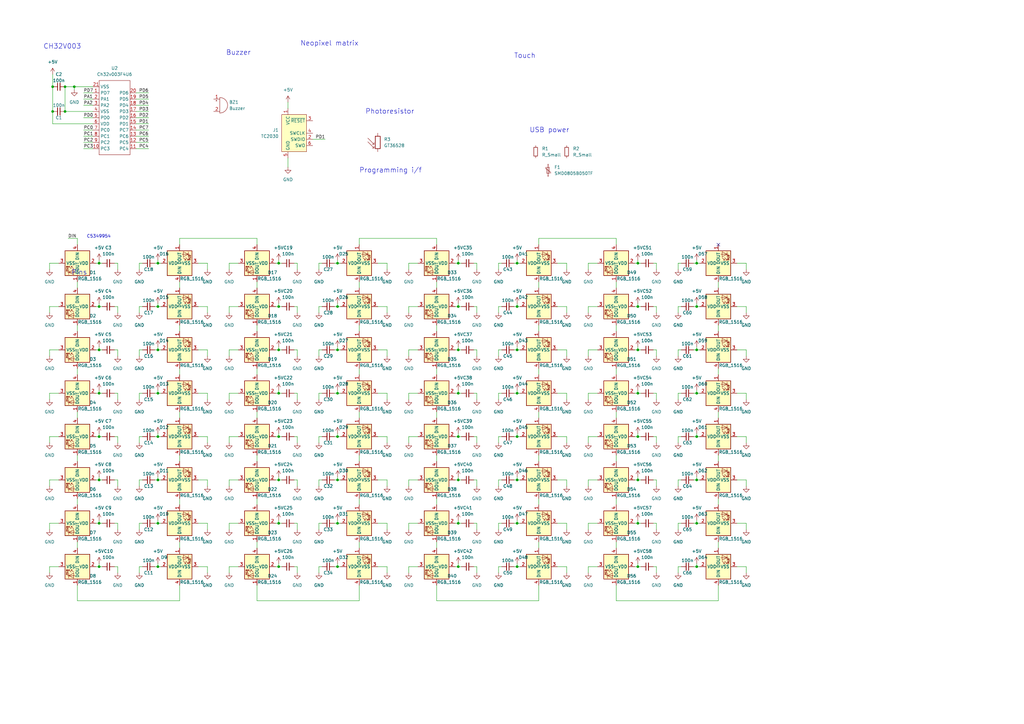
<source format=kicad_sch>
(kicad_sch (version 20230121) (generator eeschema)
  (paper "A3")
  (junction (at 285.75 107.95))
  (junction (at 64.77 161.29))
  (junction (at 285.75 161.29))
  (junction (at 285.75 196.85))
  (junction (at 138.43 232.41))
  (junction (at 64.77 125.73))
  (junction (at 138.43 125.73))
  (junction (at 21.59 35.56))
  (junction (at 64.77 143.51))
  (junction (at 285.75 232.41))
  (junction (at 138.43 179.07))
  (junction (at 40.64 179.07))
  (junction (at 138.43 196.85))
  (junction (at 261.62 214.63))
  (junction (at 40.64 143.51))
  (junction (at 138.43 143.51))
  (junction (at 261.62 196.85))
  (junction (at 187.96 143.51))
  (junction (at 114.3 179.07))
  (junction (at 212.09 196.85))
  (junction (at 30.48 35.56))
  (junction (at 261.62 107.95))
  (junction (at 261.62 125.73))
  (junction (at 26.67 35.56))
  (junction (at 187.96 232.41))
  (junction (at 114.3 143.51))
  (junction (at 138.43 107.95))
  (junction (at 261.62 161.29))
  (junction (at 212.09 143.51))
  (junction (at 212.09 125.73))
  (junction (at 212.09 161.29))
  (junction (at 187.96 107.95))
  (junction (at 64.77 179.07))
  (junction (at 285.75 143.51))
  (junction (at 40.64 232.41))
  (junction (at 212.09 214.63))
  (junction (at 26.67 45.72))
  (junction (at 212.09 107.95))
  (junction (at 64.77 214.63))
  (junction (at 138.43 161.29))
  (junction (at 187.96 161.29))
  (junction (at 285.75 179.07))
  (junction (at 212.09 179.07))
  (junction (at 212.09 232.41))
  (junction (at 114.3 196.85))
  (junction (at 187.96 179.07))
  (junction (at 40.64 161.29))
  (junction (at 261.62 232.41))
  (junction (at 114.3 125.73))
  (junction (at 261.62 143.51))
  (junction (at 64.77 196.85))
  (junction (at 285.75 214.63))
  (junction (at 64.77 107.95))
  (junction (at 138.43 214.63))
  (junction (at 114.3 161.29))
  (junction (at 64.77 232.41))
  (junction (at 40.64 107.95))
  (junction (at 114.3 214.63))
  (junction (at 40.64 196.85))
  (junction (at 40.64 125.73))
  (junction (at 187.96 214.63))
  (junction (at 21.59 45.72))
  (junction (at 187.96 196.85))
  (junction (at 261.62 179.07))
  (junction (at 114.3 232.41))
  (junction (at 187.96 125.73))
  (junction (at 114.3 107.95))
  (junction (at 285.75 125.73))
  (junction (at 40.64 214.63))
  (no_connect (at 294.64 100.33))
  (wire (pts (xy 154.94 232.41) (xy 158.75 232.41)))
  (wire (pts (xy 194.31 161.29) (xy 195.58 161.29)))
  (wire (pts (xy 269.24 161.29) (xy 269.24 163.83)))
  (wire (pts (xy 55.88 58.42) (xy 60.96 58.42)))
  (wire (pts (xy 252.73 97.79) (xy 252.73 100.33)))
  (wire (pts (xy 261.62 142.24) (xy 261.62 143.51)))
  (wire (pts (xy 138.43 106.68) (xy 138.43 107.95)))
  (wire (pts (xy 55.88 50.8) (xy 60.96 50.8)))
  (wire (pts (xy 130.81 232.41) (xy 130.81 234.95)))
  (wire (pts (xy 187.96 143.51) (xy 189.23 143.51)))
  (wire (pts (xy 279.4 107.95) (xy 278.13 107.95)))
  (wire (pts (xy 261.62 232.41) (xy 262.89 232.41)))
  (wire (pts (xy 232.41 161.29) (xy 232.41 163.83)))
  (wire (pts (xy 302.26 232.41) (xy 306.07 232.41)))
  (wire (pts (xy 232.41 143.51) (xy 232.41 146.05)))
  (wire (pts (xy 113.03 125.73) (xy 114.3 125.73)))
  (wire (pts (xy 31.75 133.35) (xy 31.75 135.89)))
  (wire (pts (xy 105.41 186.69) (xy 105.41 189.23)))
  (wire (pts (xy 194.31 214.63) (xy 195.58 214.63)))
  (wire (pts (xy 245.11 161.29) (xy 241.3 161.29)))
  (wire (pts (xy 46.99 232.41) (xy 48.26 232.41)))
  (wire (pts (xy 40.64 213.36) (xy 40.64 214.63)))
  (wire (pts (xy 195.58 161.29) (xy 195.58 163.83)))
  (wire (pts (xy 113.03 179.07) (xy 114.3 179.07)))
  (wire (pts (xy 195.58 214.63) (xy 195.58 217.17)))
  (wire (pts (xy 171.45 125.73) (xy 167.64 125.73)))
  (wire (pts (xy 278.13 161.29) (xy 278.13 163.83)))
  (wire (pts (xy 121.92 161.29) (xy 121.92 163.83)))
  (wire (pts (xy 138.43 231.14) (xy 138.43 232.41)))
  (wire (pts (xy 204.47 161.29) (xy 204.47 163.83)))
  (wire (pts (xy 285.75 196.85) (xy 284.48 196.85)))
  (wire (pts (xy 245.11 232.41) (xy 241.3 232.41)))
  (wire (pts (xy 105.41 168.91) (xy 105.41 171.45)))
  (wire (pts (xy 187.96 213.36) (xy 187.96 214.63)))
  (wire (pts (xy 85.09 143.51) (xy 85.09 146.05)))
  (wire (pts (xy 40.64 196.85) (xy 41.91 196.85)))
  (wire (pts (xy 114.3 179.07) (xy 115.57 179.07)))
  (wire (pts (xy 73.66 135.89) (xy 73.66 133.35)))
  (wire (pts (xy 114.3 124.46) (xy 114.3 125.73)))
  (wire (pts (xy 186.69 143.51) (xy 187.96 143.51)))
  (wire (pts (xy 105.41 240.03) (xy 105.41 246.38)))
  (wire (pts (xy 114.3 142.24) (xy 114.3 143.51)))
  (wire (pts (xy 147.32 118.11) (xy 147.32 115.57)))
  (wire (pts (xy 120.65 143.51) (xy 121.92 143.51)))
  (wire (pts (xy 261.62 161.29) (xy 262.89 161.29)))
  (wire (pts (xy 46.99 214.63) (xy 48.26 214.63)))
  (wire (pts (xy 55.88 53.34) (xy 60.96 53.34)))
  (wire (pts (xy 252.73 133.35) (xy 252.73 135.89)))
  (wire (pts (xy 186.69 161.29) (xy 187.96 161.29)))
  (wire (pts (xy 260.35 125.73) (xy 261.62 125.73)))
  (wire (pts (xy 279.4 161.29) (xy 278.13 161.29)))
  (wire (pts (xy 212.09 143.51) (xy 210.82 143.51)))
  (wire (pts (xy 171.45 143.51) (xy 167.64 143.51)))
  (wire (pts (xy 132.08 179.07) (xy 130.81 179.07)))
  (wire (pts (xy 287.02 107.95) (xy 285.75 107.95)))
  (wire (pts (xy 179.07 151.13) (xy 179.07 153.67)))
  (wire (pts (xy 186.69 107.95) (xy 187.96 107.95)))
  (wire (pts (xy 34.29 55.88) (xy 38.1 55.88)))
  (wire (pts (xy 48.26 161.29) (xy 48.26 163.83)))
  (wire (pts (xy 285.75 143.51) (xy 284.48 143.51)))
  (wire (pts (xy 24.13 232.41) (xy 20.32 232.41)))
  (wire (pts (xy 194.31 143.51) (xy 195.58 143.51)))
  (wire (pts (xy 287.02 125.73) (xy 285.75 125.73)))
  (wire (pts (xy 55.88 43.18) (xy 60.96 43.18)))
  (wire (pts (xy 81.28 107.95) (xy 85.09 107.95)))
  (wire (pts (xy 73.66 118.11) (xy 73.66 115.57)))
  (wire (pts (xy 212.09 107.95) (xy 210.82 107.95)))
  (wire (pts (xy 64.77 107.95) (xy 63.5 107.95)))
  (wire (pts (xy 187.96 214.63) (xy 189.23 214.63)))
  (wire (pts (xy 232.41 107.95) (xy 232.41 110.49)))
  (wire (pts (xy 205.74 107.95) (xy 204.47 107.95)))
  (wire (pts (xy 118.11 64.77) (xy 118.11 68.58)))
  (wire (pts (xy 46.99 196.85) (xy 48.26 196.85)))
  (wire (pts (xy 205.74 196.85) (xy 204.47 196.85)))
  (wire (pts (xy 97.79 179.07) (xy 93.98 179.07)))
  (wire (pts (xy 64.77 125.73) (xy 63.5 125.73)))
  (wire (pts (xy 120.65 214.63) (xy 121.92 214.63)))
  (wire (pts (xy 139.7 161.29) (xy 138.43 161.29)))
  (wire (pts (xy 212.09 213.36) (xy 212.09 214.63)))
  (wire (pts (xy 114.3 107.95) (xy 115.57 107.95)))
  (wire (pts (xy 195.58 125.73) (xy 195.58 128.27)))
  (wire (pts (xy 158.75 214.63) (xy 158.75 217.17)))
  (wire (pts (xy 120.65 107.95) (xy 121.92 107.95)))
  (wire (pts (xy 130.81 179.07) (xy 130.81 181.61)))
  (wire (pts (xy 302.26 107.95) (xy 306.07 107.95)))
  (wire (pts (xy 228.6 161.29) (xy 232.41 161.29)))
  (wire (pts (xy 179.07 115.57) (xy 179.07 118.11)))
  (wire (pts (xy 34.29 53.34) (xy 38.1 53.34)))
  (wire (pts (xy 93.98 107.95) (xy 93.98 110.49)))
  (wire (pts (xy 267.97 214.63) (xy 269.24 214.63)))
  (wire (pts (xy 39.37 214.63) (xy 40.64 214.63)))
  (wire (pts (xy 306.07 232.41) (xy 306.07 234.95)))
  (wire (pts (xy 105.41 246.38) (xy 147.32 246.38)))
  (wire (pts (xy 40.64 143.51) (xy 41.91 143.51)))
  (wire (pts (xy 138.43 177.8) (xy 138.43 179.07)))
  (wire (pts (xy 267.97 161.29) (xy 269.24 161.29)))
  (wire (pts (xy 139.7 143.51) (xy 138.43 143.51)))
  (wire (pts (xy 252.73 204.47) (xy 252.73 207.01)))
  (wire (pts (xy 58.42 232.41) (xy 57.15 232.41)))
  (wire (pts (xy 81.28 214.63) (xy 85.09 214.63)))
  (wire (pts (xy 57.15 161.29) (xy 57.15 163.83)))
  (wire (pts (xy 260.35 179.07) (xy 261.62 179.07)))
  (wire (pts (xy 171.45 161.29) (xy 167.64 161.29)))
  (wire (pts (xy 302.26 125.73) (xy 306.07 125.73)))
  (wire (pts (xy 220.98 224.79) (xy 220.98 222.25)))
  (wire (pts (xy 132.08 214.63) (xy 130.81 214.63)))
  (wire (pts (xy 187.96 232.41) (xy 189.23 232.41)))
  (wire (pts (xy 167.64 232.41) (xy 167.64 234.95)))
  (wire (pts (xy 287.02 196.85) (xy 285.75 196.85)))
  (wire (pts (xy 39.37 196.85) (xy 40.64 196.85)))
  (wire (pts (xy 93.98 214.63) (xy 93.98 217.17)))
  (wire (pts (xy 220.98 189.23) (xy 220.98 186.69)))
  (wire (pts (xy 306.07 125.73) (xy 306.07 128.27)))
  (wire (pts (xy 267.97 232.41) (xy 269.24 232.41)))
  (wire (pts (xy 139.7 196.85) (xy 138.43 196.85)))
  (wire (pts (xy 66.04 125.73) (xy 64.77 125.73)))
  (wire (pts (xy 121.92 179.07) (xy 121.92 181.61)))
  (wire (pts (xy 48.26 214.63) (xy 48.26 217.17)))
  (wire (pts (xy 31.75 168.91) (xy 31.75 171.45)))
  (wire (pts (xy 154.94 161.29) (xy 158.75 161.29)))
  (wire (pts (xy 212.09 177.8) (xy 212.09 179.07)))
  (wire (pts (xy 138.43 160.02) (xy 138.43 161.29)))
  (wire (pts (xy 212.09 161.29) (xy 210.82 161.29)))
  (wire (pts (xy 114.3 160.02) (xy 114.3 161.29)))
  (wire (pts (xy 81.28 179.07) (xy 85.09 179.07)))
  (wire (pts (xy 40.64 107.95) (xy 41.91 107.95)))
  (wire (pts (xy 73.66 100.33) (xy 73.66 97.79)))
  (wire (pts (xy 245.11 143.51) (xy 241.3 143.51)))
  (wire (pts (xy 167.64 107.95) (xy 167.64 110.49)))
  (wire (pts (xy 220.98 135.89) (xy 220.98 133.35)))
  (wire (pts (xy 287.02 161.29) (xy 285.75 161.29)))
  (wire (pts (xy 279.4 196.85) (xy 278.13 196.85)))
  (wire (pts (xy 241.3 161.29) (xy 241.3 163.83)))
  (wire (pts (xy 64.77 231.14) (xy 64.77 232.41)))
  (wire (pts (xy 187.96 124.46) (xy 187.96 125.73)))
  (wire (pts (xy 121.92 232.41) (xy 121.92 234.95)))
  (wire (pts (xy 34.29 43.18) (xy 38.1 43.18)))
  (wire (pts (xy 147.32 171.45) (xy 147.32 168.91)))
  (wire (pts (xy 40.64 160.02) (xy 40.64 161.29)))
  (wire (pts (xy 85.09 232.41) (xy 85.09 234.95)))
  (wire (pts (xy 260.35 161.29) (xy 261.62 161.29)))
  (wire (pts (xy 40.64 214.63) (xy 41.91 214.63)))
  (wire (pts (xy 260.35 107.95) (xy 261.62 107.95)))
  (wire (pts (xy 252.73 168.91) (xy 252.73 171.45)))
  (wire (pts (xy 267.97 125.73) (xy 269.24 125.73)))
  (wire (pts (xy 186.69 232.41) (xy 187.96 232.41)))
  (wire (pts (xy 46.99 107.95) (xy 48.26 107.95)))
  (wire (pts (xy 48.26 196.85) (xy 48.26 199.39)))
  (wire (pts (xy 85.09 196.85) (xy 85.09 199.39)))
  (wire (pts (xy 147.32 224.79) (xy 147.32 222.25)))
  (wire (pts (xy 132.08 107.95) (xy 130.81 107.95)))
  (wire (pts (xy 130.81 214.63) (xy 130.81 217.17)))
  (wire (pts (xy 105.41 115.57) (xy 105.41 118.11)))
  (wire (pts (xy 66.04 232.41) (xy 64.77 232.41)))
  (wire (pts (xy 228.6 232.41) (xy 232.41 232.41)))
  (wire (pts (xy 179.07 168.91) (xy 179.07 171.45)))
  (wire (pts (xy 57.15 179.07) (xy 57.15 181.61)))
  (wire (pts (xy 241.3 196.85) (xy 241.3 199.39)))
  (wire (pts (xy 228.6 214.63) (xy 232.41 214.63)))
  (wire (pts (xy 212.09 231.14) (xy 212.09 232.41)))
  (wire (pts (xy 34.29 48.26) (xy 38.1 48.26)))
  (wire (pts (xy 158.75 232.41) (xy 158.75 234.95)))
  (wire (pts (xy 279.4 232.41) (xy 278.13 232.41)))
  (wire (pts (xy 113.03 214.63) (xy 114.3 214.63)))
  (wire (pts (xy 205.74 232.41) (xy 204.47 232.41)))
  (wire (pts (xy 261.62 195.58) (xy 261.62 196.85)))
  (wire (pts (xy 40.64 124.46) (xy 40.64 125.73)))
  (wire (pts (xy 21.59 35.56) (xy 21.59 45.72)))
  (wire (pts (xy 261.62 143.51) (xy 262.89 143.51)))
  (wire (pts (xy 158.75 161.29) (xy 158.75 163.83)))
  (wire (pts (xy 114.3 125.73) (xy 115.57 125.73)))
  (wire (pts (xy 179.07 204.47) (xy 179.07 207.01)))
  (wire (pts (xy 261.62 214.63) (xy 262.89 214.63)))
  (wire (pts (xy 179.07 246.38) (xy 220.98 246.38)))
  (wire (pts (xy 187.96 125.73) (xy 189.23 125.73)))
  (wire (pts (xy 279.4 179.07) (xy 278.13 179.07)))
  (wire (pts (xy 186.69 125.73) (xy 187.96 125.73)))
  (wire (pts (xy 39.37 107.95) (xy 40.64 107.95)))
  (wire (pts (xy 93.98 143.51) (xy 93.98 146.05)))
  (wire (pts (xy 287.02 179.07) (xy 285.75 179.07)))
  (wire (pts (xy 73.66 207.01) (xy 73.66 204.47)))
  (wire (pts (xy 171.45 214.63) (xy 167.64 214.63)))
  (wire (pts (xy 252.73 222.25) (xy 252.73 224.79)))
  (wire (pts (xy 138.43 214.63) (xy 137.16 214.63)))
  (wire (pts (xy 40.64 106.68) (xy 40.64 107.95)))
  (wire (pts (xy 20.32 125.73) (xy 20.32 128.27)))
  (wire (pts (xy 220.98 153.67) (xy 220.98 151.13)))
  (wire (pts (xy 105.41 204.47) (xy 105.41 207.01)))
  (wire (pts (xy 93.98 232.41) (xy 93.98 234.95)))
  (wire (pts (xy 114.3 231.14) (xy 114.3 232.41)))
  (wire (pts (xy 245.11 107.95) (xy 241.3 107.95)))
  (wire (pts (xy 93.98 125.73) (xy 93.98 128.27)))
  (wire (pts (xy 212.09 124.46) (xy 212.09 125.73)))
  (wire (pts (xy 232.41 179.07) (xy 232.41 181.61)))
  (wire (pts (xy 285.75 213.36) (xy 285.75 214.63)))
  (wire (pts (xy 114.3 195.58) (xy 114.3 196.85)))
  (wire (pts (xy 81.28 125.73) (xy 85.09 125.73)))
  (wire (pts (xy 139.7 107.95) (xy 138.43 107.95)))
  (wire (pts (xy 46.99 143.51) (xy 48.26 143.51)))
  (wire (pts (xy 40.64 125.73) (xy 41.91 125.73)))
  (wire (pts (xy 66.04 214.63) (xy 64.77 214.63)))
  (wire (pts (xy 24.13 143.51) (xy 20.32 143.51)))
  (wire (pts (xy 261.62 177.8) (xy 261.62 179.07)))
  (wire (pts (xy 31.75 151.13) (xy 31.75 153.67)))
  (wire (pts (xy 34.29 40.64) (xy 38.1 40.64)))
  (wire (pts (xy 58.42 214.63) (xy 57.15 214.63)))
  (wire (pts (xy 147.32 246.38) (xy 147.32 240.03)))
  (wire (pts (xy 171.45 107.95) (xy 167.64 107.95)))
  (wire (pts (xy 114.3 232.41) (xy 115.57 232.41)))
  (wire (pts (xy 252.73 186.69) (xy 252.73 189.23)))
  (wire (pts (xy 278.13 143.51) (xy 278.13 146.05)))
  (wire (pts (xy 252.73 115.57) (xy 252.73 118.11)))
  (wire (pts (xy 64.77 143.51) (xy 63.5 143.51)))
  (wire (pts (xy 24.13 125.73) (xy 20.32 125.73)))
  (wire (pts (xy 179.07 97.79) (xy 179.07 100.33)))
  (wire (pts (xy 212.09 160.02) (xy 212.09 161.29)))
  (wire (pts (xy 85.09 125.73) (xy 85.09 128.27)))
  (wire (pts (xy 39.37 232.41) (xy 40.64 232.41)))
  (wire (pts (xy 285.75 232.41) (xy 284.48 232.41)))
  (wire (pts (xy 228.6 125.73) (xy 232.41 125.73)))
  (wire (pts (xy 31.75 240.03) (xy 31.75 246.38)))
  (wire (pts (xy 158.75 107.95) (xy 158.75 110.49)))
  (wire (pts (xy 213.36 143.51) (xy 212.09 143.51)))
  (wire (pts (xy 212.09 195.58) (xy 212.09 196.85)))
  (wire (pts (xy 195.58 196.85) (xy 195.58 199.39)))
  (wire (pts (xy 48.26 232.41) (xy 48.26 234.95)))
  (wire (pts (xy 57.15 232.41) (xy 57.15 234.95)))
  (wire (pts (xy 261.62 196.85) (xy 262.89 196.85)))
  (wire (pts (xy 73.66 171.45) (xy 73.66 168.91)))
  (wire (pts (xy 64.77 213.36) (xy 64.77 214.63)))
  (wire (pts (xy 31.75 246.38) (xy 73.66 246.38)))
  (wire (pts (xy 285.75 214.63) (xy 284.48 214.63)))
  (wire (pts (xy 138.43 195.58) (xy 138.43 196.85)))
  (wire (pts (xy 179.07 186.69) (xy 179.07 189.23)))
  (wire (pts (xy 121.92 125.73) (xy 121.92 128.27)))
  (wire (pts (xy 232.41 125.73) (xy 232.41 128.27)))
  (wire (pts (xy 93.98 179.07) (xy 93.98 181.61)))
  (wire (pts (xy 213.36 125.73) (xy 212.09 125.73)))
  (wire (pts (xy 269.24 143.51) (xy 269.24 146.05)))
  (wire (pts (xy 114.3 213.36) (xy 114.3 214.63)))
  (wire (pts (xy 179.07 222.25) (xy 179.07 224.79)))
  (wire (pts (xy 132.08 125.73) (xy 130.81 125.73)))
  (wire (pts (xy 194.31 125.73) (xy 195.58 125.73)))
  (wire (pts (xy 34.29 58.42) (xy 38.1 58.42)))
  (wire (pts (xy 81.28 161.29) (xy 85.09 161.29)))
  (wire (pts (xy 228.6 196.85) (xy 232.41 196.85)))
  (wire (pts (xy 132.08 161.29) (xy 130.81 161.29)))
  (wire (pts (xy 85.09 179.07) (xy 85.09 181.61)))
  (wire (pts (xy 287.02 143.51) (xy 285.75 143.51)))
  (wire (pts (xy 147.32 135.89) (xy 147.32 133.35)))
  (wire (pts (xy 121.92 143.51) (xy 121.92 146.05)))
  (wire (pts (xy 48.26 143.51) (xy 48.26 146.05)))
  (wire (pts (xy 171.45 196.85) (xy 167.64 196.85)))
  (wire (pts (xy 132.08 143.51) (xy 130.81 143.51)))
  (wire (pts (xy 120.65 196.85) (xy 121.92 196.85)))
  (wire (pts (xy 46.99 161.29) (xy 48.26 161.29)))
  (wire (pts (xy 154.94 196.85) (xy 158.75 196.85)))
  (wire (pts (xy 187.96 179.07) (xy 189.23 179.07)))
  (wire (pts (xy 21.59 50.8) (xy 38.1 50.8)))
  (wire (pts (xy 81.28 196.85) (xy 85.09 196.85)))
  (wire (pts (xy 138.43 107.95) (xy 137.16 107.95)))
  (wire (pts (xy 58.42 161.29) (xy 57.15 161.29)))
  (wire (pts (xy 73.66 153.67) (xy 73.66 151.13)))
  (wire (pts (xy 66.04 161.29) (xy 64.77 161.29)))
  (wire (pts (xy 228.6 107.95) (xy 232.41 107.95)))
  (wire (pts (xy 24.13 214.63) (xy 20.32 214.63)))
  (wire (pts (xy 285.75 195.58) (xy 285.75 196.85)))
  (wire (pts (xy 269.24 214.63) (xy 269.24 217.17)))
  (wire (pts (xy 105.41 133.35) (xy 105.41 135.89)))
  (wire (pts (xy 57.15 214.63) (xy 57.15 217.17)))
  (wire (pts (xy 252.73 246.38) (xy 294.64 246.38)))
  (wire (pts (xy 20.32 214.63) (xy 20.32 217.17)))
  (wire (pts (xy 167.64 196.85) (xy 167.64 199.39)))
  (wire (pts (xy 167.64 125.73) (xy 167.64 128.27)))
  (wire (pts (xy 269.24 125.73) (xy 269.24 128.27)))
  (wire (pts (xy 66.04 179.07) (xy 64.77 179.07)))
  (wire (pts (xy 57.15 143.51) (xy 57.15 146.05)))
  (wire (pts (xy 138.43 196.85) (xy 137.16 196.85)))
  (wire (pts (xy 252.73 240.03) (xy 252.73 246.38)))
  (wire (pts (xy 73.66 224.79) (xy 73.66 222.25)))
  (wire (pts (xy 55.88 40.64) (xy 60.96 40.64)))
  (wire (pts (xy 278.13 196.85) (xy 278.13 199.39)))
  (wire (pts (xy 154.94 143.51) (xy 158.75 143.51)))
  (wire (pts (xy 294.64 224.79) (xy 294.64 222.25)))
  (wire (pts (xy 213.36 179.07) (xy 212.09 179.07)))
  (wire (pts (xy 57.15 196.85) (xy 57.15 199.39)))
  (wire (pts (xy 58.42 143.51) (xy 57.15 143.51)))
  (wire (pts (xy 40.64 179.07) (xy 41.91 179.07)))
  (wire (pts (xy 147.32 100.33) (xy 147.32 97.79)))
  (wire (pts (xy 154.94 179.07) (xy 158.75 179.07)))
  (wire (pts (xy 93.98 161.29) (xy 93.98 163.83)))
  (wire (pts (xy 241.3 107.95) (xy 241.3 110.49)))
  (wire (pts (xy 24.13 179.07) (xy 20.32 179.07)))
  (wire (pts (xy 260.35 196.85) (xy 261.62 196.85)))
  (wire (pts (xy 40.64 231.14) (xy 40.64 232.41)))
  (wire (pts (xy 278.13 179.07) (xy 278.13 181.61)))
  (wire (pts (xy 285.75 142.24) (xy 285.75 143.51)))
  (wire (pts (xy 167.64 214.63) (xy 167.64 217.17)))
  (wire (pts (xy 105.41 222.25) (xy 105.41 224.79)))
  (wire (pts (xy 212.09 179.07) (xy 210.82 179.07)))
  (wire (pts (xy 39.37 161.29) (xy 40.64 161.29)))
  (wire (pts (xy 120.65 179.07) (xy 121.92 179.07)))
  (wire (pts (xy 46.99 125.73) (xy 48.26 125.73)))
  (wire (pts (xy 158.75 143.51) (xy 158.75 146.05)))
  (wire (pts (xy 187.96 195.58) (xy 187.96 196.85)))
  (wire (pts (xy 120.65 161.29) (xy 121.92 161.29)))
  (wire (pts (xy 294.64 171.45) (xy 294.64 168.91)))
  (wire (pts (xy 26.67 45.72) (xy 38.1 45.72)))
  (wire (pts (xy 132.08 196.85) (xy 130.81 196.85)))
  (wire (pts (xy 306.07 179.07) (xy 306.07 181.61)))
  (wire (pts (xy 167.64 143.51) (xy 167.64 146.05)))
  (wire (pts (xy 31.75 100.33) (xy 31.75 97.79)))
  (wire (pts (xy 114.3 106.68) (xy 114.3 107.95)))
  (wire (pts (xy 31.75 186.69) (xy 31.75 189.23)))
  (wire (pts (xy 147.32 189.23) (xy 147.32 186.69)))
  (wire (pts (xy 40.64 195.58) (xy 40.64 196.85)))
  (wire (pts (xy 204.47 107.95) (xy 204.47 110.49)))
  (wire (pts (xy 85.09 214.63) (xy 85.09 217.17)))
  (wire (pts (xy 97.79 214.63) (xy 93.98 214.63)))
  (wire (pts (xy 97.79 196.85) (xy 93.98 196.85)))
  (wire (pts (xy 138.43 179.07) (xy 137.16 179.07)))
  (wire (pts (xy 154.94 107.95) (xy 158.75 107.95)))
  (wire (pts (xy 138.43 142.24) (xy 138.43 143.51)))
  (wire (pts (xy 241.3 232.41) (xy 241.3 234.95)))
  (wire (pts (xy 213.36 107.95) (xy 212.09 107.95)))
  (wire (pts (xy 306.07 143.51) (xy 306.07 146.05)))
  (wire (pts (xy 187.96 196.85) (xy 189.23 196.85)))
  (wire (pts (xy 73.66 97.79) (xy 105.41 97.79)))
  (wire (pts (xy 228.6 143.51) (xy 232.41 143.51)))
  (wire (pts (xy 40.64 232.41) (xy 41.91 232.41)))
  (wire (pts (xy 294.64 118.11) (xy 294.64 115.57)))
  (wire (pts (xy 241.3 214.63) (xy 241.3 217.17)))
  (wire (pts (xy 220.98 118.11) (xy 220.98 115.57)))
  (wire (pts (xy 154.94 214.63) (xy 158.75 214.63)))
  (wire (pts (xy 267.97 196.85) (xy 269.24 196.85)))
  (wire (pts (xy 39.37 143.51) (xy 40.64 143.51)))
  (wire (pts (xy 130.81 125.73) (xy 130.81 128.27)))
  (wire (pts (xy 139.7 125.73) (xy 138.43 125.73)))
  (wire (pts (xy 121.92 196.85) (xy 121.92 199.39)))
  (wire (pts (xy 139.7 232.41) (xy 138.43 232.41)))
  (wire (pts (xy 278.13 232.41) (xy 278.13 234.95)))
  (wire (pts (xy 261.62 231.14) (xy 261.62 232.41)))
  (wire (pts (xy 220.98 97.79) (xy 252.73 97.79)))
  (wire (pts (xy 158.75 125.73) (xy 158.75 128.27)))
  (wire (pts (xy 302.26 143.51) (xy 306.07 143.51)))
  (wire (pts (xy 154.94 125.73) (xy 158.75 125.73)))
  (wire (pts (xy 306.07 107.95) (xy 306.07 110.49)))
  (wire (pts (xy 213.36 232.41) (xy 212.09 232.41)))
  (wire (pts (xy 302.26 196.85) (xy 306.07 196.85)))
  (wire (pts (xy 269.24 107.95) (xy 269.24 110.49)))
  (wire (pts (xy 26.67 35.56) (xy 30.48 35.56)))
  (wire (pts (xy 85.09 107.95) (xy 85.09 110.49)))
  (wire (pts (xy 287.02 232.41) (xy 285.75 232.41)))
  (wire (pts (xy 232.41 232.41) (xy 232.41 234.95)))
  (wire (pts (xy 220.98 246.38) (xy 220.98 240.03)))
  (wire (pts (xy 55.88 48.26) (xy 60.96 48.26)))
  (wire (pts (xy 113.03 107.95) (xy 114.3 107.95)))
  (wire (pts (xy 212.09 106.68) (xy 212.09 107.95)))
  (wire (pts (xy 171.45 179.07) (xy 167.64 179.07)))
  (wire (pts (xy 130.81 161.29) (xy 130.81 163.83)))
  (wire (pts (xy 113.03 161.29) (xy 114.3 161.29)))
  (wire (pts (xy 114.3 161.29) (xy 115.57 161.29)))
  (wire (pts (xy 167.64 161.29) (xy 167.64 163.83)))
  (wire (pts (xy 81.28 143.51) (xy 85.09 143.51)))
  (wire (pts (xy 147.32 97.79) (xy 179.07 97.79)))
  (wire (pts (xy 64.77 106.68) (xy 64.77 107.95)))
  (wire (pts (xy 269.24 179.07) (xy 269.24 181.61)))
  (wire (pts (xy 31.75 97.79) (xy 27.94 97.79)))
  (wire (pts (xy 55.88 60.96) (xy 60.96 60.96)))
  (wire (pts (xy 31.75 115.57) (xy 31.75 118.11)))
  (wire (pts (xy 57.15 107.95) (xy 57.15 110.49)))
  (wire (pts (xy 294.64 189.23) (xy 294.64 186.69)))
  (wire (pts (xy 302.26 179.07) (xy 306.07 179.07)))
  (wire (pts (xy 232.41 214.63) (xy 232.41 217.17)))
  (wire (pts (xy 261.62 106.68) (xy 261.62 107.95)))
  (wire (pts (xy 267.97 143.51) (xy 269.24 143.51)))
  (wire (pts (xy 20.32 107.95) (xy 20.32 110.49)))
  (wire (pts (xy 285.75 161.29) (xy 284.48 161.29)))
  (wire (pts (xy 58.42 125.73) (xy 57.15 125.73)))
  (wire (pts (xy 66.04 107.95) (xy 64.77 107.95)))
  (wire (pts (xy 212.09 125.73) (xy 210.82 125.73)))
  (wire (pts (xy 24.13 161.29) (xy 20.32 161.29)))
  (wire (pts (xy 21.59 30.48) (xy 21.59 35.56)))
  (wire (pts (xy 20.32 179.07) (xy 20.32 181.61)))
  (wire (pts (xy 261.62 213.36) (xy 261.62 214.63)))
  (wire (pts (xy 48.26 125.73) (xy 48.26 128.27)))
  (wire (pts (xy 294.64 207.01) (xy 294.64 204.47)))
  (wire (pts (xy 261.62 124.46) (xy 261.62 125.73)))
  (wire (pts (xy 132.08 232.41) (xy 130.81 232.41)))
  (wire (pts (xy 114.3 196.85) (xy 115.57 196.85)))
  (wire (pts (xy 212.09 196.85) (xy 210.82 196.85)))
  (wire (pts (xy 66.04 196.85) (xy 64.77 196.85)))
  (wire (pts (xy 30.48 35.56) (xy 38.1 35.56)))
  (wire (pts (xy 55.88 55.88) (xy 60.96 55.88)))
  (wire (pts (xy 20.32 161.29) (xy 20.32 163.83)))
  (wire (pts (xy 64.77 179.07) (xy 63.5 179.07)))
  (wire (pts (xy 46.99 179.07) (xy 48.26 179.07)))
  (wire (pts (xy 278.13 107.95) (xy 278.13 110.49)))
  (wire (pts (xy 64.77 214.63) (xy 63.5 214.63)))
  (wire (pts (xy 187.96 142.24) (xy 187.96 143.51)))
  (wire (pts (xy 195.58 143.51) (xy 195.58 146.05)))
  (wire (pts (xy 158.75 179.07) (xy 158.75 181.61)))
  (wire (pts (xy 212.09 214.63) (xy 210.82 214.63)))
  (wire (pts (xy 279.4 143.51) (xy 278.13 143.51)))
  (wire (pts (xy 64.77 161.29) (xy 63.5 161.29)))
  (wire (pts (xy 232.41 196.85) (xy 232.41 199.39)))
  (wire (pts (xy 85.09 161.29) (xy 85.09 163.83)))
  (wire (pts (xy 121.92 214.63) (xy 121.92 217.17)))
  (wire (pts (xy 278.13 214.63) (xy 278.13 217.17)))
  (wire (pts (xy 306.07 161.29) (xy 306.07 163.83)))
  (wire (pts (xy 64.77 196.85) (xy 63.5 196.85)))
  (wire (pts (xy 195.58 179.07) (xy 195.58 181.61)))
  (wire (pts (xy 48.26 179.07) (xy 48.26 181.61)))
  (wire (pts (xy 245.11 179.07) (xy 241.3 179.07)))
  (wire (pts (xy 114.3 143.51) (xy 115.57 143.51)))
  (wire (pts (xy 261.62 179.07) (xy 262.89 179.07)))
  (wire (pts (xy 204.47 143.51) (xy 204.47 146.05)))
  (wire (pts (xy 187.96 160.02) (xy 187.96 161.29)))
  (wire (pts (xy 130.81 107.95) (xy 130.81 110.49)))
  (wire (pts (xy 205.74 125.73) (xy 204.47 125.73)))
  (wire (pts (xy 55.88 45.72) (xy 60.96 45.72)))
  (wire (pts (xy 267.97 107.95) (xy 269.24 107.95)))
  (wire (pts (xy 212.09 232.41) (xy 210.82 232.41)))
  (wire (pts (xy 187.96 107.95) (xy 189.23 107.95)))
  (wire (pts (xy 130.81 196.85) (xy 130.81 199.39)))
  (wire (pts (xy 138.43 161.29) (xy 137.16 161.29)))
  (wire (pts (xy 220.98 100.33) (xy 220.98 97.79)))
  (wire (pts (xy 97.79 161.29) (xy 93.98 161.29)))
  (wire (pts (xy 64.77 195.58) (xy 64.77 196.85)))
  (wire (pts (xy 113.03 143.51) (xy 114.3 143.51)))
  (wire (pts (xy 64.77 177.8) (xy 64.77 179.07)))
  (wire (pts (xy 105.41 97.79) (xy 105.41 100.33)))
  (wire (pts (xy 105.41 151.13) (xy 105.41 153.67)))
  (wire (pts (xy 58.42 107.95) (xy 57.15 107.95)))
  (wire (pts (xy 179.07 133.35) (xy 179.07 135.89)))
  (wire (pts (xy 73.66 246.38) (xy 73.66 240.03)))
  (wire (pts (xy 138.43 232.41) (xy 137.16 232.41)))
  (wire (pts (xy 195.58 232.41) (xy 195.58 234.95)))
  (wire (pts (xy 220.98 171.45) (xy 220.98 168.91)))
  (wire (pts (xy 302.26 161.29) (xy 306.07 161.29)))
  (wire (pts (xy 294.64 246.38) (xy 294.64 240.03)))
  (wire (pts (xy 245.11 196.85) (xy 241.3 196.85)))
  (wire (pts (xy 204.47 232.41) (xy 204.47 234.95)))
  (wire (pts (xy 138.43 124.46) (xy 138.43 125.73)))
  (wire (pts (xy 285.75 125.73) (xy 284.48 125.73)))
  (wire (pts (xy 20.32 143.51) (xy 20.32 146.05)))
  (wire (pts (xy 278.13 125.73) (xy 278.13 128.27)))
  (wire (pts (xy 186.69 196.85) (xy 187.96 196.85)))
  (wire (pts (xy 194.31 107.95) (xy 195.58 107.95)))
  (wire (pts (xy 21.59 45.72) (xy 21.59 50.8)))
  (wire (pts (xy 194.31 196.85) (xy 195.58 196.85)))
  (wire (pts (xy 279.4 214.63) (xy 278.13 214.63)))
  (wire (pts (xy 93.98 196.85) (xy 93.98 199.39)))
  (wire (pts (xy 269.24 232.41) (xy 269.24 234.95)))
  (wire (pts (xy 147.32 207.01) (xy 147.32 204.47)))
  (wire (pts (xy 167.64 179.07) (xy 167.64 181.61)))
  (wire (pts (xy 40.64 161.29) (xy 41.91 161.29)))
  (wire (pts (xy 245.11 125.73) (xy 241.3 125.73)))
  (wire (pts (xy 187.96 177.8) (xy 187.96 179.07)))
  (wire (pts (xy 241.3 125.73) (xy 241.3 128.27)))
  (wire (pts (xy 158.75 196.85) (xy 158.75 199.39)))
  (wire (pts (xy 20.32 232.41) (xy 20.32 234.95)))
  (wire (pts (xy 34.29 38.1) (xy 38.1 38.1)))
  (wire (pts (xy 294.64 153.67) (xy 294.64 151.13)))
  (wire (pts (xy 187.96 106.68) (xy 187.96 107.95)))
  (wire (pts (xy 97.79 143.51) (xy 93.98 143.51)))
  (wire (pts (xy 228.6 179.07) (xy 232.41 179.07)))
  (wire (pts (xy 24.13 107.95) (xy 20.32 107.95)))
  (wire (pts (xy 213.36 196.85) (xy 212.09 196.85)))
  (wire (pts (xy 113.03 232.41) (xy 114.3 232.41)))
  (wire (pts (xy 269.24 196.85) (xy 269.24 199.39)))
  (wire (pts (xy 128.27 57.15) (xy 133.35 57.15)))
  (wire (pts (xy 205.74 214.63) (xy 204.47 214.63)))
  (wire (pts (xy 205.74 179.07) (xy 204.47 179.07)))
  (wire (pts (xy 285.75 177.8) (xy 285.75 179.07)))
  (wire (pts (xy 194.31 179.07) (xy 195.58 179.07)))
  (wire (pts (xy 114.3 177.8) (xy 114.3 179.07)))
  (wire (pts (xy 130.81 143.51) (xy 130.81 146.05)))
  (wire (pts (xy 24.13 196.85) (xy 20.32 196.85)))
  (wire (pts (xy 139.7 179.07) (xy 138.43 179.07)))
  (wire (pts (xy 194.31 232.41) (xy 195.58 232.41)))
  (wire (pts (xy 81.28 232.41) (xy 85.09 232.41)))
  (wire (pts (xy 58.42 196.85) (xy 57.15 196.85)))
  (wire (pts (xy 64.77 124.46) (xy 64.77 125.73)))
  (wire (pts (xy 187.96 231.14) (xy 187.96 232.41)))
  (wire (pts (xy 205.74 161.29) (xy 204.47 161.29)))
  (wire (pts (xy 31.75 222.25) (xy 31.75 224.79)))
  (wire (pts (xy 97.79 125.73) (xy 93.98 125.73)))
  (wire (pts (xy 30.48 36.83) (xy 30.48 35.56)))
  (wire (pts (xy 204.47 179.07) (xy 204.47 181.61)))
  (wire (pts (xy 120.65 125.73) (xy 121.92 125.73)))
  (wire (pts (xy 34.29 60.96) (xy 38.1 60.96)))
  (wire (pts (xy 121.92 107.95) (xy 121.92 110.49)))
  (wire (pts (xy 186.69 179.07) (xy 187.96 179.07)))
  (wire (pts (xy 118.11 41.91) (xy 118.11 44.45)))
  (wire (pts (xy 261.62 160.02) (xy 261.62 161.29)))
  (wire (pts (xy 241.3 143.51) (xy 241.3 146.05)))
  (wire (pts (xy 120.65 232.41) (xy 121.92 232.41)))
  (wire (pts (xy 58.42 179.07) (xy 57.15 179.07)))
  (wire (pts (xy 260.35 214.63) (xy 261.62 214.63)))
  (wire (pts (xy 220.98 207.01) (xy 220.98 204.47)))
  (wire (pts (xy 204.47 196.85) (xy 204.47 199.39)))
  (wire (pts (xy 260.35 143.51) (xy 261.62 143.51)))
  (wire (pts (xy 204.47 125.73) (xy 204.47 128.27)))
  (wire (pts (xy 48.26 107.95) (xy 48.26 110.49)))
  (wire (pts (xy 302.26 214.63) (xy 306.07 214.63)))
  (wire (pts (xy 205.74 143.51) (xy 204.47 143.51)))
  (wire (pts (xy 55.88 38.1) (xy 60.96 38.1)))
  (wire (pts (xy 113.03 196.85) (xy 114.3 196.85)))
  (wire (pts (xy 64.77 160.02) (xy 64.77 161.29)))
  (wire (pts (xy 287.02 214.63) (xy 285.75 214.63)))
  (wire (pts (xy 64.77 142.24) (xy 64.77 143.51)))
  (wire (pts (xy 241.3 179.07) (xy 241.3 181.61)))
  (wire (pts (xy 213.36 161.29) (xy 212.09 161.29)))
  (wire (pts (xy 147.32 153.67) (xy 147.32 151.13)))
  (wire (pts (xy 97.79 107.95) (xy 93.98 107.95)))
  (wire (pts (xy 138.43 213.36) (xy 138.43 214.63)))
  (wire (pts (xy 260.35 232.41) (xy 261.62 232.41)))
  (wire (pts (xy 252.73 151.13) (xy 252.73 153.67)))
  (wire (pts (xy 285.75 160.02) (xy 285.75 161.29)))
  (wire (pts (xy 285.75 179.07) (xy 284.48 179.07)))
  (wire (pts (xy 138.43 143.51) (xy 137.16 143.51)))
  (wire (pts (xy 179.07 240.03) (xy 179.07 246.38)))
  (wire (pts (xy 66.04 143.51) (xy 64.77 143.51)))
  (wire (pts (xy 195.58 107.95) (xy 195.58 110.49)))
  (wire (pts (xy 294.64 135.89) (xy 294.64 133.35)))
  (wire (pts (xy 285.75 124.46) (xy 285.75 125.73)))
  (wire (pts (xy 204.47 214.63) (xy 204.47 217.17)))
  (wire (pts (xy 306.07 214.63) (xy 306.07 217.17)))
  (wire (pts (xy 212.09 142.24) (xy 212.09 143.51)))
  (wire (pts (xy 171.45 232.41) (xy 167.64 232.41)))
  (wire (pts (xy 114.3 214.63) (xy 115.57 214.63)))
  (wire (pts (xy 40.64 177.8) (xy 40.64 179.07)))
  (wire (pts (xy 57.15 125.73) (xy 57.15 128.27)))
  (wire (pts (xy 138.43 125.73) (xy 137.16 125.73)))
  (wire (pts (xy 39.37 179.07) (xy 40.64 179.07)))
  (wire (pts (xy 64.77 232.41) (xy 63.5 232.41)))
  (wire (pts (xy 261.62 125.73) (xy 262.89 125.73)))
  (wire (pts (xy 306.07 196.85) (xy 306.07 199.39)))
  (wire (pts (xy 186.69 214.63) (xy 187.96 214.63)))
  (wire (pts (xy 187.96 161.29) (xy 189.23 161.29)))
  (wire (pts (xy 40.64 142.24) (xy 40.64 143.51)))
  (wire (pts (xy 285.75 107.95) (xy 284.48 107.95)))
  (wire (pts (xy 39.37 125.73) (xy 40.64 125.73)))
  (wire (pts (xy 26.67 35.56) (xy 26.67 45.72)))
  (wire (pts (xy 279.4 125.73) (xy 278.13 125.73)))
  (wire (pts (xy 285.75 231.14) (xy 285.75 232.41)))
  (wire (pts (xy 31.75 204.47) (xy 31.75 207.01)))
  (wire (pts (xy 285.75 106.68) (xy 285.75 107.95)))
  (wire (pts (xy 267.97 179.07) (xy 269.24 179.07)))
  (wire (pts (xy 139.7 214.63) (xy 138.43 214.63)))
  (wire (pts (xy 245.11 214.63) (xy 241.3 214.63)))
  (wire (pts (xy 97.79 232.41) (xy 93.98 232.41)))
  (wire (pts (xy 73.66 189.23) (xy 73.66 186.69)))
  (wire (pts (xy 213.36 214.63) (xy 212.09 214.63)))
  (wire (pts (xy 20.32 196.85) (xy 20.32 199.39)))
  (wire (pts (xy 261.62 107.95) (xy 262.89 107.95)))
  (text "USB power" (at 217.17 54.61 0) (effects (font (size 2 2)) (justify left bottom)))
  (text "Pins" (at 29.21 113.03 0) (effects (font (size 2 2)) (justify left bottom)))
  (text "Programming i/f" (at 147.32 71.12 0) (effects (font (size 2 2)) (justify left bottom)))
  (text "CH32V003" (at 17.78 20.32 0) (effects (font (size 2 2)) (justify left bottom)))
  (text "Photoresistor" (at 149.86 46.99 0) (effects (font (size 2 2)) (justify left bottom)))
  (text "Buzzer" (at 92.71 22.86 0) (effects (font (size 2 2)) (justify left bottom)))
  (text "Touch" (at 210.82 24.13 0) (effects (font (size 2 2)) (justify left bottom)))
  (text "C5349954" (at 35.56 97.79 0) (effects (font (size 1.27 1.27)) (justify left bottom)))
  (text "Neopixel matrix" (at 123.19 19.05 0) (effects (font (size 2 2)) (justify left bottom)))
  (label "PA1" (at 34.29 40.64 0))
  (label "PD2" (at 60.96 48.26 180))
  (label "PD1" (at 133.35 57.15 180))
  (label "PC3" (at 34.29 60.96 0))
  (label "PD6" (at 60.96 38.1 180))
  (label "PC2" (at 34.29 58.42 0))
  (label "PD0" (at 34.29 48.26 0))
  (label "PC7" (at 60.96 53.34 180))
  (label "PC1" (at 34.29 55.88 0))
  (label "PC5" (at 60.96 58.42 180))
  (label "PC6" (at 60.96 55.88 180))
  (label "DIN" (at 27.94 97.79 0))
  (label "PD3" (at 60.96 45.72 180))
  (label "PD4" (at 60.96 43.18 180))
  (label "PC4" (at 60.96 60.96 180))
  (label "PD1" (at 60.96 50.8 180))
  (label "PD5" (at 60.96 40.64 180))
  (label "PC0" (at 34.29 53.34 0))
  (label "PD7" (at 34.29 38.1 0))
  (label "PA2" (at 34.29 43.18 0))
  (symbol (lib_id "power:GND") (at 195.58 217.17 0) (unit 1)
    (property "Reference" "#PWR0121" (effects hide))
    (property "Value" "GND" (at 195.58 222.25 0))
  )
  (symbol (lib_id "power:+5V") (at 187.96 231.14 0) (unit 1)
    (property "Reference" "#PWR0114" (effects hide))
    (property "Value" "+5V" (at 187.96 226.06 0))
  )
  (symbol (lib_id "power:+5V") (at 261.62 213.36 0) (unit 1)
    (property "Reference" "#PWR0161" (effects hide))
    (property "Value" "+5V" (at 261.62 208.28 0))
  )
  (symbol (lib_id "power:GND") (at 269.24 163.83 0) (unit 1)
    (property "Reference" "#PWR0166" (effects hide))
    (property "Value" "GND" (at 269.24 168.91 0))
  )
  (symbol (lib_id "power:GND") (at 30.48 36.83 0) (unit 1)
    (property "Reference" "#PWR01" (effects hide))
    (property "Value" "GND" (at 30.48 41.91 0))
  )
  (symbol (lib_id "power:+5V") (at 40.64 124.46 0) (unit 1)
    (property "Reference" "#PWR07" (effects hide))
    (property "Value" "+5V" (at 40.64 119.38 0))
  )
  (symbol (lib_id "power:GND") (at 85.09 146.05 0) (unit 1)
    (property "Reference" "#PWR044" (effects hide))
    (property "Value" "GND" (at 85.09 151.13 0))
  )
  (symbol (lib_id "power:GND") (at 167.64 128.27 0) (unit 1)
    (property "Reference" "#PWR0100" (effects hide))
    (property "Value" "GND" (at 167.64 133.35 0))
  )
  (symbol (lib_id "Device:C_Small") (at 208.28 161.29 270) (unit 1)
    (property "Reference" "C46" (at 208.28 163.83 90))
    (property "Value" "100n" (at 208.28 158.75 90))
  )
  (symbol (lib_id "Back-lib:WS2812B_1515") (at 31.75 125.73 270) (unit 1)
    (property "Reference" "D2" (at 38.1 129.54 90))
    (property "Value" "RGB_1516" (at 36.83 132.08 90))
    (property "Footprint" "fp:WS2812B_1515" (effects hide))
  )
  (symbol (lib_id "power:GND") (at 121.92 234.95 0) (unit 1)
    (property "Reference" "#PWR074" (effects hide))
    (property "Value" "GND" (at 121.92 240.03 0))
  )
  (symbol (lib_id "power:+5V") (at 285.75 106.68 0) (unit 1)
    (property "Reference" "#PWR0179" (effects hide))
    (property "Value" "+5V" (at 285.75 101.6 0))
  )
  (symbol (lib_id "Back-lib:WS2812B_1515") (at 294.64 196.85 90) (unit 1)
    (property "Reference" "D62" (at 288.29 193.04 90))
    (property "Value" "RGB_1516" (at 299.72 203.2 90))
    (property "Footprint" "fp:WS2812B_1515" (effects hide))
  )
  (symbol (lib_id "power:GND") (at 306.07 234.95 0) (unit 1)
    (property "Reference" "#PWR0194" (effects hide))
    (property "Value" "GND" (at 306.07 240.03 0))
  )
  (symbol (lib_id "power:GND") (at 93.98 163.83 0) (unit 1)
    (property "Reference" "#PWR054" (effects hide))
    (property "Value" "GND" (at 93.98 168.91 0))
  )
  (symbol (lib_id "power:GND") (at 85.09 128.27 0) (unit 1)
    (property "Reference" "#PWR047" (effects hide))
    (property "Value" "GND" (at 85.09 133.35 0))
  )
  (symbol (lib_id "Device:C_Small") (at 118.11 179.07 90) (unit 1)
    (property "Reference" "C23" (at 118.1163 172.72 90))
    (property "Value" "100n" (at 118.1163 175.26 90))
  )
  (symbol (lib_id "Device:C_Small") (at 281.94 161.29 270) (unit 1)
    (property "Reference" "C62" (at 281.94 163.83 90))
    (property "Value" "100n" (at 281.94 158.75 90))
  )
  (symbol (lib_id "power:GND") (at 48.26 199.39 0) (unit 1)
    (property "Reference" "#PWR020" (effects hide))
    (property "Value" "GND" (at 48.26 204.47 0))
  )
  (symbol (lib_id "power:GND") (at 232.41 163.83 0) (unit 1)
    (property "Reference" "#PWR0142" (effects hide))
    (property "Value" "GND" (at 232.41 168.91 0))
  )
  (symbol (lib_id "power:+5V") (at 212.09 231.14 0) (unit 1)
    (property "Reference" "#PWR0138" (effects hide))
    (property "Value" "+5V" (at 212.09 226.06 0))
  )
  (symbol (lib_id "power:GND") (at 167.64 181.61 0) (unit 1)
    (property "Reference" "#PWR0103" (effects hide))
    (property "Value" "GND" (at 167.64 186.69 0))
  )
  (symbol (lib_id "power:+5V") (at 138.43 231.14 0) (unit 1)
    (property "Reference" "#PWR090" (effects hide))
    (property "Value" "+5V" (at 138.43 226.06 0))
  )
  (symbol (lib_id "Back-lib:WS2812B_1515") (at 252.73 214.63 270) (unit 1)
    (property "Reference" "D55" (at 259.08 218.44 90))
    (property "Value" "RGB_1516" (at 257.81 220.98 90))
    (property "Footprint" "fp:WS2812B_1515" (effects hide))
  )
  (symbol (lib_id "Device:C_Small") (at 208.28 214.63 270) (unit 1)
    (property "Reference" "C49" (at 208.28 217.17 90))
    (property "Value" "100n" (at 208.28 212.09 90))
  )
  (symbol (lib_id "power:+5V") (at 285.75 231.14 0) (unit 1)
    (property "Reference" "#PWR0186" (effects hide))
    (property "Value" "+5V" (at 285.75 226.06 0))
  )
  (symbol (lib_id "power:GND") (at 118.11 68.58 0) (unit 1)
    (property "Reference" "#PWR0196" (effects hide))
    (property "Value" "GND" (at 118.11 73.66 0))
  )
  (symbol (lib_id "power:GND") (at 85.09 234.95 0) (unit 1)
    (property "Reference" "#PWR027" (effects hide))
    (property "Value" "GND" (at 85.09 240.03 0))
  )
  (symbol (lib_id "power:+5V") (at 114.3 231.14 0) (unit 1)
    (property "Reference" "#PWR066" (effects hide))
    (property "Value" "+5V" (at 114.3 226.06 0))
  )
  (symbol (lib_id "Device:C_Small") (at 134.62 125.73 270) (unit 1)
    (property "Reference" "C28" (at 134.62 128.27 90))
    (property "Value" "100n" (at 134.62 123.19 90))
  )
  (symbol (lib_id "power:+5V") (at 114.3 177.8 0) (unit 1)
    (property "Reference" "#PWR063" (effects hide))
    (property "Value" "+5V" (at 114.3 172.72 0))
  )
  (symbol (lib_id "Back-lib:WS2812B_1515") (at 105.41 214.63 270) (unit 1)
    (property "Reference" "D23" (at 111.76 218.44 90))
    (property "Value" "RGB_1516" (at 110.49 220.98 90))
    (property "Footprint" "fp:WS2812B_1515" (effects hide))
  )
  (symbol (lib_id "Device:C_Small") (at 134.62 196.85 270) (unit 1)
    (property "Reference" "C32" (at 134.62 199.39 90))
    (property "Value" "100n" (at 134.62 194.31 90))
  )
  (symbol (lib_id "Back-lib:WS2812B_1515") (at 147.32 107.95 90) (unit 1)
    (property "Reference" "D25" (at 140.97 104.14 90))
    (property "Value" "RGB_1516" (at 152.4 114.3 90))
    (property "Footprint" "fp:WS2812B_1515" (effects hide))
  )
  (symbol (lib_id "power:+5V") (at 64.77 106.68 0) (unit 1)
    (property "Reference" "#PWR049" (effects hide))
    (property "Value" "+5V" (at 64.77 101.6 0))
  )
  (symbol (lib_id "power:GND") (at 20.32 199.39 0) (unit 1)
    (property "Reference" "#PWR018" (effects hide))
    (property "Value" "GND" (at 20.32 204.47 0))
  )
  (symbol (lib_id "power:GND") (at 85.09 199.39 0) (unit 1)
    (property "Reference" "#PWR033" (effects hide))
    (property "Value" "GND" (at 85.09 204.47 0))
  )
  (symbol (lib_id "Device:C_Small") (at 44.45 125.73 90) (unit 1)
    (property "Reference" "C4" (at 44.4563 119.38 90))
    (property "Value" "100n" (at 44.4563 121.92 90))
  )
  (symbol (lib_id "power:GND") (at 195.58 110.49 0) (unit 1)
    (property "Reference" "#PWR0115" (effects hide))
    (property "Value" "GND" (at 195.58 115.57 0))
  )
  (symbol (lib_id "Back-lib:WS2812B_1515") (at 220.98 179.07 90) (unit 1)
    (property "Reference" "D45" (at 214.63 175.26 90))
    (property "Value" "RGB_1516" (at 226.06 185.42 90))
    (property "Footprint" "fp:WS2812B_1515" (effects hide))
  )
  (symbol (lib_id "power:+5V") (at 64.77 160.02 0) (unit 1)
    (property "Reference" "#PWR039" (effects hide))
    (property "Value" "+5V" (at 64.77 154.94 0))
  )
  (symbol (lib_id "power:GND") (at 20.32 217.17 0) (unit 1)
    (property "Reference" "#PWR021" (effects hide))
    (property "Value" "GND" (at 20.32 222.25 0))
  )
  (symbol (lib_id "Back-lib:WS2812B_1515") (at 220.98 161.29 90) (unit 1)
    (property "Reference" "D44" (at 214.63 157.48 90))
    (property "Value" "RGB_1516" (at 226.06 167.64 90))
    (property "Footprint" "fp:WS2812B_1515" (effects hide))
  )
  (symbol (lib_id "Device:C_Small") (at 208.28 107.95 270) (unit 1)
    (property "Reference" "C43" (at 208.28 110.49 90))
    (property "Value" "100n" (at 208.28 105.41 90))
  )
  (symbol (lib_id "power:GND") (at 195.58 146.05 0) (unit 1)
    (property "Reference" "#PWR0117" (effects hide))
    (property "Value" "GND" (at 195.58 151.13 0))
  )
  (symbol (lib_id "power:+5V") (at 64.77 124.46 0) (unit 1)
    (property "Reference" "#PWR046" (effects hide))
    (property "Value" "+5V" (at 64.77 119.38 0))
  )
  (symbol (lib_id "Device:C_Small") (at 191.77 214.63 90) (unit 1)
    (property "Reference" "C41" (at 191.7763 208.28 90))
    (property "Value" "100n" (at 191.7763 210.82 90))
  )
  (symbol (lib_id "Device:C_Small") (at 265.43 196.85 90) (unit 1)
    (property "Reference" "C56" (at 265.4363 190.5 90))
    (property "Value" "100n" (at 265.4363 193.04 90))
  )
  (symbol (lib_id "Device:C_Small") (at 191.77 107.95 90) (unit 1)
    (property "Reference" "C35" (at 191.7763 101.6 90))
    (property "Value" "100n" (at 191.7763 104.14 90))
  )
  (symbol (lib_id "power:GND") (at 57.15 199.39 0) (unit 1)
    (property "Reference" "#PWR031" (effects hide))
    (property "Value" "GND" (at 57.15 204.47 0))
  )
  (symbol (lib_id "power:+5V") (at 212.09 213.36 0) (unit 1)
    (property "Reference" "#PWR0137" (effects hide))
    (property "Value" "+5V" (at 212.09 208.28 0))
  )
  (symbol (lib_id "Back-lib:WS2812B_1515") (at 31.75 179.07 270) (unit 1)
    (property "Reference" "D5" (at 38.1 182.88 90))
    (property "Value" "RGB_1516" (at 36.83 185.42 90))
    (property "Footprint" "fp:WS2812B_1515" (effects hide))
  )
  (symbol (lib_id "power:+5V") (at 114.3 160.02 0) (unit 1)
    (property "Reference" "#PWR062" (effects hide))
    (property "Value" "+5V" (at 114.3 154.94 0))
  )
  (symbol (lib_id "Device:C_Small") (at 118.11 125.73 90) (unit 1)
    (property "Reference" "C20" (at 118.1163 119.38 90))
    (property "Value" "100n" (at 118.1163 121.92 90))
  )
  (symbol (lib_id "Back-lib:WS2812B_1515") (at 220.98 107.95 90) (unit 1)
    (property "Reference" "D41" (at 214.63 104.14 90))
    (property "Value" "RGB_1516" (at 226.06 114.3 90))
    (property "Footprint" "fp:WS2812B_1515" (effects hide))
  )
  (symbol (lib_id "Device:C_Small") (at 118.11 196.85 90) (unit 1)
    (property "Reference" "C24" (at 118.1163 190.5 90))
    (property "Value" "100n" (at 118.1163 193.04 90))
  )
  (symbol (lib_id "Back-lib:WS2812B_1515") (at 73.66 125.73 90) (unit 1)
    (property "Reference" "D15" (at 67.31 121.92 90))
    (property "Value" "RGB_1516" (at 78.74 132.08 90))
    (property "Footprint" "fp:WS2812B_1515" (effects hide))
  )
  (symbol (lib_id "power:GND") (at 158.75 181.61 0) (unit 1)
    (property "Reference" "#PWR095" (effects hide))
    (property "Value" "GND" (at 158.75 186.69 0))
  )
  (symbol (lib_id "Back-lib:WS2812B_1515") (at 220.98 232.41 90) (unit 1)
    (property "Reference" "D48" (at 214.63 228.6 90))
    (property "Value" "RGB_1516" (at 226.06 238.76 90))
    (property "Footprint" "fp:WS2812B_1515" (effects hide))
  )
  (symbol (lib_id "power:GND") (at 121.92 146.05 0) (unit 1)
    (property "Reference" "#PWR069" (effects hide))
    (property "Value" "GND" (at 121.92 151.13 0))
  )
  (symbol (lib_id "power:GND") (at 204.47 110.49 0) (unit 1)
    (property "Reference" "#PWR0123" (effects hide))
    (property "Value" "GND" (at 204.47 115.57 0))
  )
  (symbol (lib_id "power:+5V") (at 64.77 231.14 0) (unit 1)
    (property "Reference" "#PWR035" (effects hide))
    (property "Value" "+5V" (at 64.77 226.06 0))
  )
  (symbol (lib_id "power:GND") (at 306.07 199.39 0) (unit 1)
    (property "Reference" "#PWR0192" (effects hide))
    (property "Value" "GND" (at 306.07 204.47 0))
  )
  (symbol (lib_id "Back-lib:WS2812B_1515") (at 105.41 107.95 270) (unit 1)
    (property "Reference" "D17" (at 111.76 111.76 90))
    (property "Value" "RGB_1516" (at 110.49 114.3 90))
    (property "Footprint" "fp:WS2812B_1515" (effects hide))
  )
  (symbol (lib_id "Device:C_Small") (at 60.96 107.95 270) (unit 1)
    (property "Reference" "C18" (at 60.96 110.49 90))
    (property "Value" "100n" (at 60.96 105.41 90))
  )
  (symbol (lib_id "power:GND") (at 278.13 146.05 0) (unit 1)
    (property "Reference" "#PWR0173" (effects hide))
    (property "Value" "GND" (at 278.13 151.13 0))
  )
  (symbol (lib_id "power:+5V") (at 40.64 160.02 0) (unit 1)
    (property "Reference" "#PWR013" (effects hide))
    (property "Value" "+5V" (at 40.64 154.94 0))
  )
  (symbol (lib_id "power:GND") (at 48.26 128.27 0) (unit 1)
    (property "Reference" "#PWR08" (effects hide))
    (property "Value" "GND" (at 48.26 133.35 0))
  )
  (symbol (lib_id "power:GND") (at 121.92 181.61 0) (unit 1)
    (property "Reference" "#PWR071" (effects hide))
    (property "Value" "GND" (at 121.92 186.69 0))
  )
  (symbol (lib_id "power:GND") (at 278.13 217.17 0) (unit 1)
    (property "Reference" "#PWR0177" (effects hide))
    (property "Value" "GND" (at 278.13 222.25 0))
  )
  (symbol (lib_id "power:GND") (at 93.98 146.05 0) (unit 1)
    (property "Reference" "#PWR053" (effects hide))
    (property "Value" "GND" (at 93.98 151.13 0))
  )
  (symbol (lib_id "Back-lib:WS2812B_1515") (at 294.64 179.07 90) (unit 1)
    (property "Reference" "D61" (at 288.29 175.26 90))
    (property "Value" "RGB_1516" (at 299.72 185.42 90))
    (property "Footprint" "fp:WS2812B_1515" (effects hide))
  )
  (symbol (lib_id "Back-lib:WS2812B_1515") (at 179.07 161.29 270) (unit 1)
    (property "Reference" "D36" (at 185.42 165.1 90))
    (property "Value" "RGB_1516" (at 184.15 167.64 90))
    (property "Footprint" "fp:WS2812B_1515" (effects hide))
  )
  (symbol (lib_id "power:GND") (at 121.92 163.83 0) (unit 1)
    (property "Reference" "#PWR070" (effects hide))
    (property "Value" "GND" (at 121.92 168.91 0))
  )
  (symbol (lib_id "power:GND") (at 85.09 110.49 0) (unit 1)
    (property "Reference" "#PWR050" (effects hide))
    (property "Value" "GND" (at 85.09 115.57 0))
  )
  (symbol (lib_id "power:+5V") (at 138.43 177.8 0) (unit 1)
    (property "Reference" "#PWR087" (effects hide))
    (property "Value" "+5V" (at 138.43 172.72 0))
  )
  (symbol (lib_id "power:GND") (at 306.07 128.27 0) (unit 1)
    (property "Reference" "#PWR0188" (effects hide))
    (property "Value" "GND" (at 306.07 133.35 0))
  )
  (symbol (lib_id "Back-lib:WS2812B_1515") (at 179.07 125.73 270) (unit 1)
    (property "Reference" "D34" (at 185.42 129.54 90))
    (property "Value" "RGB_1516" (at 184.15 132.08 90))
    (property "Footprint" "fp:WS2812B_1515" (effects hide))
  )
  (symbol (lib_id "Back-lib:WS2812B_1515") (at 294.64 125.73 90) (unit 1)
    (property "Reference" "D58" (at 288.29 121.92 90))
    (property "Value" "RGB_1516" (at 299.72 132.08 90))
    (property "Footprint" "fp:WS2812B_1515" (effects hide))
  )
  (symbol (lib_id "Device:C_Small") (at 208.28 232.41 270) (unit 1)
    (property "Reference" "C50" (at 208.28 234.95 90))
    (property "Value" "100n" (at 208.28 229.87 90))
  )
  (symbol (lib_id "power:+5V") (at 40.64 213.36 0) (unit 1)
    (property "Reference" "#PWR022" (effects hide))
    (property "Value" "+5V" (at 40.64 208.28 0))
  )
  (symbol (lib_id "power:+5V") (at 138.43 124.46 0) (unit 1)
    (property "Reference" "#PWR084" (effects hide))
    (property "Value" "+5V" (at 138.43 119.38 0))
  )
  (symbol (lib_id "Device:C_Small") (at 44.45 143.51 90) (unit 1)
    (property "Reference" "C5" (at 44.4563 137.16 90))
    (property "Value" "100n" (at 44.4563 139.7 90))
  )
  (symbol (lib_id "power:GND") (at 48.26 110.49 0) (unit 1)
    (property "Reference" "#PWR04" (effects hide))
    (property "Value" "GND" (at 48.26 115.57 0))
  )
  (symbol (lib_id "Device:C_Small") (at 208.28 143.51 270) (unit 1)
    (property "Reference" "C45" (at 208.28 146.05 90))
    (property "Value" "100n" (at 208.28 140.97 90))
  )
  (symbol (lib_id "power:GND") (at 93.98 181.61 0) (unit 1)
    (property "Reference" "#PWR055" (effects hide))
    (property "Value" "GND" (at 93.98 186.69 0))
  )
  (symbol (lib_id "power:GND") (at 130.81 181.61 0) (unit 1)
    (property "Reference" "#PWR079" (effects hide))
    (property "Value" "GND" (at 130.81 186.69 0))
  )
  (symbol (lib_id "Back-lib:WS2812B_1515") (at 73.66 179.07 90) (unit 1)
    (property "Reference" "D12" (at 67.31 175.26 90))
    (property "Value" "RGB_1516" (at 78.74 185.42 90))
    (property "Footprint" "fp:WS2812B_1515" (effects hide))
  )
  (symbol (lib_id "Back-lib:WS2812B_1515") (at 105.41 179.07 270) (unit 1)
    (property "Reference" "D21" (at 111.76 182.88 90))
    (property "Value" "RGB_1516" (at 110.49 185.42 90))
    (property "Footprint" "fp:WS2812B_1515" (effects hide))
  )
  (symbol (lib_id "power:GND") (at 130.81 199.39 0) (unit 1)
    (property "Reference" "#PWR080" (effects hide))
    (property "Value" "GND" (at 130.81 204.47 0))
  )
  (symbol (lib_id "Back-lib:WS2812B_1515") (at 294.64 107.95 90) (unit 1)
    (property "Reference" "D57" (at 288.29 104.14 90))
    (property "Value" "RGB_1516" (at 299.72 114.3 90))
    (property "Footprint" "fp:WS2812B_1515" (effects hide))
  )
  (symbol (lib_id "power:GND") (at 241.3 163.83 0) (unit 1)
    (property "Reference" "#PWR0150" (effects hide))
    (property "Value" "GND" (at 241.3 168.91 0))
  )
  (symbol (lib_id "Device:C_Small") (at 208.28 179.07 270) (unit 1)
    (property "Reference" "C47" (at 208.28 181.61 90))
    (property "Value" "100n" (at 208.28 176.53 90))
  )
  (symbol (lib_id "power:GND") (at 93.98 110.49 0) (unit 1)
    (property "Reference" "#PWR051" (effects hide))
    (property "Value" "GND" (at 93.98 115.57 0))
  )
  (symbol (lib_id "power:+5V") (at 261.62 231.14 0) (unit 1)
    (property "Reference" "#PWR0162" (effects hide))
    (property "Value" "+5V" (at 261.62 226.06 0))
  )
  (symbol (lib_id "Device:C_Small") (at 191.77 232.41 90) (unit 1)
    (property "Reference" "C42" (at 191.7763 226.06 90))
    (property "Value" "100n" (at 191.7763 228.6 90))
  )
  (symbol (lib_id "power:GND") (at 204.47 234.95 0) (unit 1)
    (property "Reference" "#PWR0130" (effects hide))
    (property "Value" "GND" (at 204.47 240.03 0))
  )
  (symbol (lib_id "power:+5V") (at 114.3 195.58 0) (unit 1)
    (property "Reference" "#PWR064" (effects hide))
    (property "Value" "+5V" (at 114.3 190.5 0))
  )
  (symbol (lib_id "Device:C_Small") (at 191.77 125.73 90) (unit 1)
    (property "Reference" "C36" (at 191.7763 119.38 90))
    (property "Value" "100n" (at 191.7763 121.92 90))
  )
  (symbol (lib_id "power:GND") (at 195.58 199.39 0) (unit 1)
    (property "Reference" "#PWR0120" (effects hide))
    (property "Value" "GND" (at 195.58 204.47 0))
  )
  (symbol (lib_id "Device:C_Small") (at 134.62 161.29 270) (unit 1)
    (property "Reference" "C30" (at 134.62 163.83 90))
    (property "Value" "100n" (at 134.62 158.75 90))
  )
  (symbol (lib_id "power:GND") (at 269.24 110.49 0) (unit 1)
    (property "Reference" "#PWR0163" (effects hide))
    (property "Value" "GND" (at 269.24 115.57 0))
  )
  (symbol (lib_id "power:GND") (at 93.98 217.17 0) (unit 1)
    (property "Reference" "#PWR057" (effects hide))
    (property "Value" "GND" (at 93.98 222.25 0))
  )
  (symbol (lib_id "power:+5V") (at 285.75 177.8 0) (unit 1)
    (property "Reference" "#PWR0183" (effects hide))
    (property "Value" "+5V" (at 285.75 172.72 0))
  )
  (symbol (lib_id "Back-lib:WS2812B_1515") (at 105.41 196.85 270) (unit 1)
    (property "Reference" "D22" (at 111.76 200.66 90))
    (property "Value" "RGB_1516" (at 110.49 203.2 90))
    (property "Footprint" "fp:WS2812B_1515" (effects hide))
  )
  (symbol (lib_id "power:GND") (at 121.92 217.17 0) (unit 1)
    (property "Reference" "#PWR073" (effects hide))
    (property "Value" "GND" (at 121.92 222.25 0))
  )
  (symbol (lib_id "Device:C_Small") (at 60.96 143.51 270) (unit 1)
    (property "Reference" "C16" (at 60.96 146.05 90))
    (property "Value" "100n" (at 60.96 140.97 90))
  )
  (symbol (lib_id "power:+5V") (at 187.96 106.68 0) (unit 1)
    (property "Reference" "#PWR0107" (effects hide))
    (property "Value" "+5V" (at 187.96 101.6 0))
  )
  (symbol (lib_id "power:GND") (at 20.32 181.61 0) (unit 1)
    (property "Reference" "#PWR015" (effects hide))
    (property "Value" "GND" (at 20.32 186.69 0))
  )
  (symbol (lib_id "power:GND") (at 130.81 234.95 0) (unit 1)
    (property "Reference" "#PWR082" (effects hide))
    (property "Value" "GND" (at 130.81 240.03 0))
  )
  (symbol (lib_id "Device:R_Photo") (at 154.94 58.42 0) (unit 1)
    (property "Reference" "R3" (at 157.48 57.15 0) (effects (justify left)))
    (property "Value" "GT36528" (at 157.48 59.69 0) (effects (justify left)))
  )
  (symbol (lib_id "Back-lib:WS2812B_1515") (at 147.32 179.07 90) (unit 1)
    (property "Reference" "D29" (at 140.97 175.26 90))
    (property "Value" "RGB_1516" (at 152.4 185.42 90))
    (property "Footprint" "fp:WS2812B_1515" (effects hide))
  )
  (symbol (lib_id "Back-lib:WS2812B_1515") (at 220.98 125.73 90) (unit 1)
    (property "Reference" "D42" (at 214.63 121.92 90))
    (property "Value" "RGB_1516" (at 226.06 132.08 90))
    (property "Footprint" "fp:WS2812B_1515" (effects hide))
  )
  (symbol (lib_id "power:GND") (at 232.41 217.17 0) (unit 1)
    (property "Reference" "#PWR0145" (effects hide))
    (property "Value" "GND" (at 232.41 222.25 0))
  )
  (symbol (lib_id "Device:C_Small") (at 24.13 35.56 90) (unit 1)
    (property "Reference" "C2" (at 24.13 30.48 90))
    (property "Value" "100n" (at 24.13 33.02 90))
  )
  (symbol (lib_id "power:GND") (at 57.15 110.49 0) (unit 1)
    (property "Reference" "#PWR048" (effects hide))
    (property "Value" "GND" (at 57.15 115.57 0))
  )
  (symbol (lib_id "Back-lib:WS2812B_1515") (at 31.75 143.51 270) (unit 1)
    (property "Reference" "D3" (at 38.1 147.32 90))
    (property "Value" "RGB_1516" (at 36.83 149.86 90))
    (property "Footprint" "fp:WS2812B_1515" (effects hide))
  )
  (symbol (lib_id "Back-lib:WS2812B_1515") (at 179.07 179.07 270) (unit 1)
    (property "Reference" "D37" (at 185.42 182.88 90))
    (property "Value" "RGB_1516" (at 184.15 185.42 90))
    (property "Footprint" "fp:WS2812B_1515" (effects hide))
  )
  (symbol (lib_id "power:+5V") (at 40.64 195.58 0) (unit 1)
    (property "Reference" "#PWR019" (effects hide))
    (property "Value" "+5V" (at 40.64 190.5 0))
  )
  (symbol (lib_id "power:GND") (at 195.58 128.27 0) (unit 1)
    (property "Reference" "#PWR0116" (effects hide))
    (property "Value" "GND" (at 195.58 133.35 0))
  )
  (symbol (lib_id "power:GND") (at 85.09 163.83 0) (unit 1)
    (property "Reference" "#PWR040" (effects hide))
    (property "Value" "GND" (at 85.09 168.91 0))
  )
  (symbol (lib_id "Device:R_Small") (at 219.71 62.23 0) (unit 1)
    (property "Reference" "R1" (at 222.25 60.9599 0) (effects (justify left)))
    (property "Value" "R_Small" (at 222.25 63.4999 0) (effects (justify left)))
  )
  (symbol (lib_id "power:GND") (at 20.32 234.95 0) (unit 1)
    (property "Reference" "#PWR024" (effects hide))
    (property "Value" "GND" (at 20.32 240.03 0))
  )
  (symbol (lib_id "Back-lib:WS2812B_1515") (at 252.73 125.73 270) (unit 1)
    (property "Reference" "D50" (at 259.08 129.54 90))
    (property "Value" "RGB_1516" (at 257.81 132.08 90))
    (property "Footprint" "fp:WS2812B_1515" (effects hide))
  )
  (symbol (lib_id "Device:C_Small") (at 134.62 143.51 270) (unit 1)
    (property "Reference" "C29" (at 134.62 146.05 90))
    (property "Value" "100n" (at 134.62 140.97 90))
  )
  (symbol (lib_id "Device:C_Small") (at 44.45 232.41 90) (unit 1)
    (property "Reference" "C10" (at 44.4563 226.06 90))
    (property "Value" "100n" (at 44.4563 228.6 90))
  )
  (symbol (lib_id "power:GND") (at 48.26 234.95 0) (unit 1)
    (property "Reference" "#PWR026" (effects hide))
    (property "Value" "GND" (at 48.26 240.03 0))
  )
  (symbol (lib_id "power:GND") (at 130.81 128.27 0) (unit 1)
    (property "Reference" "#PWR076" (effects hide))
    (property "Value" "GND" (at 130.81 133.35 0))
  )
  (symbol (lib_id "power:GND") (at 121.92 110.49 0) (unit 1)
    (property "Reference" "#PWR067" (effects hide))
    (property "Value" "GND" (at 121.92 115.57 0))
  )
  (symbol (lib_id "power:GND") (at 241.3 146.05 0) (unit 1)
    (property "Reference" "#PWR0149" (effects hide))
    (property "Value" "GND" (at 241.3 151.13 0))
  )
  (symbol (lib_id "power:+5V") (at 114.3 213.36 0) (unit 1)
    (property "Reference" "#PWR065" (effects hide))
    (property "Value" "+5V" (at 114.3 208.28 0))
  )
  (symbol (lib_id "Back-lib:WS2812B_1515") (at 179.07 214.63 270) (unit 1)
    (property "Reference" "D39" (at 185.42 218.44 90))
    (property "Value" "RGB_1516" (at 184.15 220.98 90))
    (property "Footprint" "fp:WS2812B_1515" (effects hide))
  )
  (symbol (lib_id "power:+5V") (at 285.75 160.02 0) (unit 1)
    (property "Reference" "#PWR0182" (effects hide))
    (property "Value" "+5V" (at 285.75 154.94 0))
  )
  (symbol (lib_id "Back-lib:WS2812B_1515") (at 73.66 107.95 90) (unit 1)
    (property "Reference" "D16" (at 67.31 104.14 90))
    (property "Value" "RGB_1516" (at 78.74 114.3 90))
    (property "Footprint" "fp:WS2812B_1515" (effects hide))
  )
  (symbol (lib_id "power:GND") (at 130.81 217.17 0) (unit 1)
    (property "Reference" "#PWR081" (effects hide))
    (property "Value" "GND" (at 130.81 222.25 0))
  )
  (symbol (lib_id "Back-lib:WS2812B_1515") (at 147.32 125.73 90) (unit 1)
    (property "Reference" "D26" (at 140.97 121.92 90))
    (property "Value" "RGB_1516" (at 152.4 132.08 90))
    (property "Footprint" "fp:WS2812B_1515" (effects hide))
  )
  (symbol (lib_id "power:GND") (at 57.15 146.05 0) (unit 1)
    (property "Reference" "#PWR041" (effects hide))
    (property "Value" "GND" (at 57.15 151.13 0))
  )
  (symbol (lib_id "Back-lib:WS2812B_1515") (at 31.75 232.41 270) (unit 1)
    (property "Reference" "D8" (at 38.1 236.22 90))
    (property "Value" "RGB_1516" (at 36.83 238.76 90))
    (property "Footprint" "fp:WS2812B_1515" (effects hide))
  )
  (symbol (lib_id "Device:C_Small") (at 265.43 143.51 90) (unit 1)
    (property "Reference" "C53" (at 265.4363 137.16 90))
    (property "Value" "100n" (at 265.4363 139.7 90))
  )
  (symbol (lib_id "Device:C_Small") (at 281.94 179.07 270) (unit 1)
    (property "Reference" "C63" (at 281.94 181.61 90))
    (property "Value" "100n" (at 281.94 176.53 90))
  )
  (symbol (lib_id "power:+5V") (at 40.64 142.24 0) (unit 1)
    (property "Reference" "#PWR010" (effects hide))
    (property "Value" "+5V" (at 40.64 137.16 0))
  )
  (symbol (lib_id "Back-lib:WS2812B_1515") (at 147.32 196.85 90) (unit 1)
    (property "Reference" "D30" (at 140.97 193.04 90))
    (property "Value" "RGB_1516" (at 152.4 203.2 90))
    (property "Footprint" "fp:WS2812B_1515" (effects hide))
  )
  (symbol (lib_id "Back-lib:WS2812B_1515") (at 179.07 107.95 270) (unit 1)
    (property "Reference" "D33" (at 185.42 111.76 90))
    (property "Value" "RGB_1516" (at 184.15 114.3 90))
    (property "Footprint" "fp:WS2812B_1515" (effects hide))
  )
  (symbol (lib_id "Device:C_Small") (at 134.62 232.41 270) (unit 1)
    (property "Reference" "C34" (at 134.62 234.95 90))
    (property "Value" "100n" (at 134.62 229.87 90))
  )
  (symbol (lib_id "power:GND") (at 57.15 234.95 0) (unit 1)
    (property "Reference" "#PWR043" (effects hide))
    (property "Value" "GND" (at 57.15 240.03 0))
  )
  (symbol (lib_id "Back-lib:WS2812B_1515") (at 73.66 143.51 90) (unit 1)
    (property "Reference" "D14" (at 67.31 139.7 90))
    (property "Value" "RGB_1516" (at 78.74 149.86 90))
    (property "Footprint" "fp:WS2812B_1515" (effects hide))
  )
  (symbol (lib_id "power:GND") (at 306.07 146.05 0) (unit 1)
    (property "Reference" "#PWR0189" (effects hide))
    (property "Value" "GND" (at 306.07 151.13 0))
  )
  (symbol (lib_id "power:+5V") (at 40.64 177.8 0) (unit 1)
    (property "Reference" "#PWR016" (effects hide))
    (property "Value" "+5V" (at 40.64 172.72 0))
  )
  (symbol (lib_id "power:GND") (at 278.13 128.27 0) (unit 1)
    (property "Reference" "#PWR0172" (effects hide))
    (property "Value" "GND" (at 278.13 133.35 0))
  )
  (symbol (lib_id "Device:C_Small") (at 134.62 214.63 270) (unit 1)
    (property "Reference" "C33" (at 134.62 217.17 90))
    (property "Value" "100n" (at 134.62 212.09 90))
  )
  (symbol (lib_id "Device:C_Small") (at 44.45 214.63 90) (unit 1)
    (property "Reference" "C9" (at 44.4563 208.28 90))
    (property "Value" "100n" (at 44.4563 210.82 90))
  )
  (symbol (lib_id "power:GND") (at 158.75 217.17 0) (unit 1)
    (property "Reference" "#PWR097" (effects hide))
    (property "Value" "GND" (at 158.75 222.25 0))
  )
  (symbol (lib_id "power:GND") (at 241.3 234.95 0) (unit 1)
    (property "Reference" "#PWR0154" (effects hide))
    (property "Value" "GND" (at 241.3 240.03 0))
  )
  (symbol (lib_id "Back-lib:WS2812B_1515") (at 31.75 196.85 270) (unit 1)
    (property "Reference" "D6" (at 38.1 200.66 90))
    (property "Value" "RGB_1516" (at 36.83 203.2 90))
    (property "Footprint" "fp:WS2812B_1515" (effects hide))
  )
  (symbol (lib_id "power:GND") (at 269.24 181.61 0) (unit 1)
    (property "Reference" "#PWR0167" (effects hide))
    (property "Value" "GND" (at 269.24 186.69 0))
  )
  (symbol (lib_id "Device:C_Small") (at 24.13 45.72 270) (unit 1)
    (property "Reference" "C1" (at 24.13 48.26 90))
    (property "Value" "100n" (at 24.13 43.18 90))
  )
  (symbol (lib_id "Device:C_Small") (at 265.43 107.95 90) (unit 1)
    (property "Reference" "C51" (at 265.4363 101.6 90))
    (property "Value" "100n" (at 265.4363 104.14 90))
  )
  (symbol (lib_id "power:GND") (at 158.75 234.95 0) (unit 1)
    (property "Reference" "#PWR098" (effects hide))
    (property "Value" "GND" (at 158.75 240.03 0))
  )
  (symbol (lib_id "Back-lib:WS2812B_1515") (at 105.41 125.73 270) (unit 1)
    (property "Reference" "D18" (at 111.76 129.54 90))
    (property "Value" "RGB_1516" (at 110.49 132.08 90))
    (property "Footprint" "fp:WS2812B_1515" (effects hide))
  )
  (symbol (lib_id "power:GND") (at 158.75 110.49 0) (unit 1)
    (property "Reference" "#PWR091" (effects hide))
    (property "Value" "GND" (at 158.75 115.57 0))
  )
  (symbol (lib_id "power:GND") (at 306.07 110.49 0) (unit 1)
    (property "Reference" "#PWR0187" (effects hide))
    (property "Value" "GND" (at 306.07 115.57 0))
  )
  (symbol (lib_id "power:GND") (at 232.41 128.27 0) (unit 1)
    (property "Reference" "#PWR0140" (effects hide))
    (property "Value" "GND" (at 232.41 133.35 0))
  )
  (symbol (lib_id "power:GND") (at 121.92 128.27 0) (unit 1)
    (property "Reference" "#PWR068" (effects hide))
    (property "Value" "GND" (at 121.92 133.35 0))
  )
  (symbol (lib_id "Device:C_Small") (at 265.43 214.63 90) (unit 1)
    (property "Reference" "C57" (at 265.4363 208.28 90))
    (property "Value" "100n" (at 265.4363 210.82 90))
  )
  (symbol (lib_id "power:GND") (at 57.15 181.61 0) (unit 1)
    (property "Reference" "#PWR034" (effects hide))
    (property "Value" "GND" (at 57.15 186.69 0))
  )
  (symbol (lib_id "Device:C_Small") (at 265.43 125.73 90) (unit 1)
    (property "Reference" "C52" (at 265.4363 119.38 90))
    (property "Value" "100n" (at 265.4363 121.92 90))
  )
  (symbol (lib_id "Device:C_Small") (at 191.77 143.51 90) (unit 1)
    (property "Reference" "C37" (at 191.7763 137.16 90))
    (property "Value" "100n" (at 191.7763 139.7 90))
  )
  (symbol (lib_id "power:+5V") (at 114.3 106.68 0) (unit 1)
    (property "Reference" "#PWR059" (effects hide))
    (property "Value" "+5V" (at 114.3 101.6 0))
  )
  (symbol (lib_id "power:GND") (at 48.26 181.61 0) (unit 1)
    (property "Reference" "#PWR017" (effects hide))
    (property "Value" "GND" (at 48.26 186.69 0))
  )
  (symbol (lib_id "power:+5V") (at 40.64 231.14 0) (unit 1)
    (property "Reference" "#PWR025" (effects hide))
    (property "Value" "+5V" (at 40.64 226.06 0))
  )
  (symbol (lib_id "Back-lib:Ch32v003F4U6") (at 46.99 48.26 0) (unit 1)
    (property "Reference" "U2" (at 46.99 27.94 0))
    (property "Value" "Ch32v003F4U6" (at 46.99 30.48 0))
    (property "Footprint" "Package_DFN_QFN:QFN-20-1EP_3x3mm_P0.4mm_EP1.65x1.65mm" (effects hide))
  )
  (symbol (lib_id "power:GND") (at 204.47 217.17 0) (unit 1)
    (property "Reference" "#PWR0129" (effects hide))
    (property "Value" "GND" (at 204.47 222.25 0))
  )
  (symbol (lib_id "Device:C_Small") (at 281.94 196.85 270) (unit 1)
    (property "Reference" "C64" (at 281.94 199.39 90))
    (property "Value" "100n" (at 281.94 194.31 90))
  )
  (symbol (lib_id "Back-lib:WS2812B_1515") (at 147.32 161.29 90) (unit 1)
    (property "Reference" "D28" (at 140.97 157.48 90))
    (property "Value" "RGB_1516" (at 152.4 167.64 90))
    (property "Footprint" "fp:WS2812B_1515" (effects hide))
  )
  (symbol (lib_id "Back-lib:WS2812B_1515") (at 31.75 107.95 270) (unit 1)
    (property "Reference" "D1" (at 38.1 111.76 90))
    (property "Value" "RGB_1516" (at 36.83 114.3 90))
    (property "Footprint" "fp:WS2812B_1515" (effects hide))
  )
  (symbol (lib_id "power:GND") (at 306.07 181.61 0) (unit 1)
    (property "Reference" "#PWR0191" (effects hide))
    (property "Value" "GND" (at 306.07 186.69 0))
  )
  (symbol (lib_id "Device:C_Small") (at 44.45 161.29 90) (unit 1)
    (property "Reference" "C6" (at 44.4563 154.94 90))
    (property "Value" "100n" (at 44.4563 157.48 90))
  )
  (symbol (lib_id "power:GND") (at 57.15 217.17 0) (unit 1)
    (property "Reference" "#PWR028" (effects hide))
    (property "Value" "GND" (at 57.15 222.25 0))
  )
  (symbol (lib_id "Back-lib:WS2812B_1515") (at 105.41 161.29 270) (unit 1)
    (property "Reference" "D20" (at 111.76 165.1 90))
    (property "Value" "RGB_1516" (at 110.49 167.64 90))
    (property "Footprint" "fp:WS2812B_1515" (effects hide))
  )
  (symbol (lib_id "power:+5V") (at 285.75 124.46 0) (unit 1)
    (property "Reference" "#PWR0180" (effects hide))
    (property "Value" "+5V" (at 285.75 119.38 0))
  )
  (symbol (lib_id "Device:R_Small") (at 232.41 62.23 0) (unit 1)
    (property "Reference" "R2" (at 234.95 60.9599 0) (effects (justify left)))
    (property "Value" "R_Small" (at 234.95 63.4999 0) (effects (justify left)))
  )
  (symbol (lib_id "power:+5V") (at 212.09 106.68 0) (unit 1)
    (property "Reference" "#PWR0131" (effects hide))
    (property "Value" "+5V" (at 212.09 101.6 0))
  )
  (symbol (lib_id "power:GND") (at 130.81 163.83 0) (unit 1)
    (property "Reference" "#PWR078" (effects hide))
    (property "Value" "GND" (at 130.81 168.91 0))
  )
  (symbol (lib_id "power:+5V") (at 187.96 213.36 0) (unit 1)
    (property "Reference" "#PWR0113" (effects hide))
    (property "Value" "+5V" (at 187.96 208.28 0))
  )
  (symbol (lib_id "power:GND") (at 57.15 163.83 0) (unit 1)
    (property "Reference" "#PWR038" (effects hide))
    (property "Value" "GND" (at 57.15 168.91 0))
  )
  (symbol (lib_id "power:GND") (at 278.13 110.49 0) (unit 1)
    (property "Reference" "#PWR0171" (effects hide))
    (property "Value" "GND" (at 278.13 115.57 0))
  )
  (symbol (lib_id "Device:C_Small") (at 118.11 232.41 90) (unit 1)
    (property "Reference" "C26" (at 118.1163 226.06 90))
    (property "Value" "100n" (at 118.1163 228.6 90))
  )
  (symbol (lib_id "Back-lib:WS2812B_1515") (at 73.66 232.41 90) (unit 1)
    (property "Reference" "D9" (at 67.31 228.6 90))
    (property "Value" "RGB_1516" (at 78.74 238.76 90))
    (property "Footprint" "fp:WS2812B_1515" (effects hide))
  )
  (symbol (lib_id "power:+5V") (at 261.62 142.24 0) (unit 1)
    (property "Reference" "#PWR0157" (effects hide))
    (property "Value" "+5V" (at 261.62 137.16 0))
  )
  (symbol (lib_id "power:+5V") (at 261.62 124.46 0) (unit 1)
    (property "Reference" "#PWR0156" (effects hide))
    (property "Value" "+5V" (at 261.62 119.38 0))
  )
  (symbol (lib_id "power:+5V") (at 138.43 160.02 0) (unit 1)
    (property "Reference" "#PWR086" (effects hide))
    (property "Value" "+5V" (at 138.43 154.94 0))
  )
  (symbol (lib_id "power:GND") (at 241.3 181.61 0) (unit 1)
    (property "Reference" "#PWR0151" (effects hide))
    (property "Value" "GND" (at 241.3 186.69 0))
  )
  (symbol (lib_id "Device:C_Small") (at 191.77 179.07 90) (unit 1)
    (property "Reference" "C39" (at 191.7763 172.72 90))
    (property "Value" "100n" (at 191.7763 175.26 90))
  )
  (symbol (lib_id "Device:C_Small") (at 60.96 232.41 270) (unit 1)
    (property "Reference" "C11" (at 60.96 234.95 90))
    (property "Value" "100n" (at 60.96 229.87 90))
  )
  (symbol (lib_id "power:GND") (at 269.24 199.39 0) (unit 1)
    (property "Reference" "#PWR0168" (effects hide))
    (property "Value" "GND" (at 269.24 204.47 0))
  )
  (symbol (lib_id "Back-lib:WS2812B_1515") (at 31.75 161.29 270) (unit 1)
    (property "Reference" "D4" (at 38.1 165.1 90))
    (property "Value" "RGB_1516" (at 36.83 167.64 90))
    (property "Footprint" "fp:WS2812B_1515" (effects hide))
  )
  (symbol (lib_id "power:GND") (at 48.26 146.05 0) (unit 1)
    (property "Reference" "#PWR011" (effects hide))
    (property "Value" "GND" (at 48.26 151.13 0))
  )
  (symbol (lib_id "Back-lib:WS2812B_1515") (at 179.07 143.51 270) (unit 1)
    (property "Reference" "D35" (at 185.42 147.32 90))
    (property "Value" "RGB_1516" (at 184.15 149.86 90))
    (property "Footprint" "fp:WS2812B_1515" (effects hide))
  )
  (symbol (lib_id "power:+5V") (at 212.09 142.24 0) (unit 1)
    (property "Reference" "#PWR0133" (effects hide))
    (property "Value" "+5V" (at 212.09 137.16 0))
  )
  (symbol (lib_id "power:+5V") (at 261.62 106.68 0) (unit 1)
    (property "Reference" "#PWR0155" (effects hide))
    (property "Value" "+5V" (at 261.62 101.6 0))
  )
  (symbol (lib_id "power:GND") (at 85.09 217.17 0) (unit 1)
    (property "Reference" "#PWR030" (effects hide))
    (property "Value" "GND" (at 85.09 222.25 0))
  )
  (symbol (lib_id "Device:C_Small") (at 208.28 125.73 270) (unit 1)
    (property "Reference" "C44" (at 208.28 128.27 90))
    (property "Value" "100n" (at 208.28 123.19 90))
  )
  (symbol (lib_id "Device:C_Small") (at 281.94 232.41 270) (unit 1)
    (property "Reference" "C66" (at 281.94 234.95 90))
    (property "Value" "100n" (at 281.94 229.87 90))
  )
  (symbol (lib_id "Back-lib:WS2812B_1515") (at 105.41 232.41 270) (unit 1)
    (property "Reference" "D24" (at 111.76 236.22 90))
    (property "Value" "RGB_1516" (at 110.49 238.76 90))
    (property "Footprint" "fp:WS2812B_1515" (effects hide))
  )
  (symbol (lib_id "power:GND") (at 167.64 146.05 0) (unit 1)
    (property "Reference" "#PWR0101" (effects hide))
    (property "Value" "GND" (at 167.64 151.13 0))
  )
  (symbol (lib_id "Back-lib:WS2812B_1515") (at 252.73 179.07 270) (unit 1)
    (property "Reference" "D53" (at 259.08 182.88 90))
    (property "Value" "RGB_1516" (at 257.81 185.42 90))
    (property "Footprint" "fp:WS2812B_1515" (effects hide))
  )
  (symbol (lib_id "power:GND") (at 20.32 163.83 0) (unit 1)
    (property "Reference" "#PWR012" (effects hide))
    (property "Value" "GND" (at 20.32 168.91 0))
  )
  (symbol (lib_id "power:+5V") (at 138.43 106.68 0) (unit 1)
    (property "Reference" "#PWR083" (effects hide))
    (property "Value" "+5V" (at 138.43 101.6 0))
  )
  (symbol (lib_id "power:+5V") (at 138.43 195.58 0) (unit 1)
    (property "Reference" "#PWR088" (effects hide))
    (property "Value" "+5V" (at 138.43 190.5 0))
  )
  (symbol (lib_id "power:GND") (at 278.13 234.95 0) (unit 1)
    (property "Reference" "#PWR0178" (effects hide))
    (property "Value" "GND" (at 278.13 240.03 0))
  )
  (symbol (lib_id "Device:C_Small") (at 281.94 214.63 270) (unit 1)
    (property "Reference" "C65" (at 281.94 217.17 90))
    (property "Value" "100n" (at 281.94 212.09 90))
  )
  (symbol (lib_id "Device:Buzzer") (at 90.17 43.18 0) (unit 1)
    (property "Reference" "BZ1" (at 93.98 41.9099 0) (effects (justify left)))
    (property "Value" "Buzzer" (at 93.98 44.4499 0) (effects (justify left)))
  )
  (symbol (lib_id "Back-lib:WS2812B_1515") (at 73.66 214.63 90) (unit 1)
    (property "Reference" "D10" (at 67.31 210.82 90))
    (property "Value" "RGB_1516" (at 78.74 220.98 90))
    (property "Footprint" "fp:WS2812B_1515" (effects hide))
  )
  (symbol (lib_id "power:+5V") (at 114.3 124.46 0) (unit 1)
    (property "Reference" "#PWR060" (effects hide))
    (property "Value" "+5V" (at 114.3 119.38 0))
  )
  (symbol (lib_id "Back-lib:WS2812B_1515") (at 73.66 161.29 90) (unit 1)
    (property "Reference" "D13" (at 67.31 157.48 90))
    (property "Value" "RGB_1516" (at 78.74 167.64 90))
    (property "Footprint" "fp:WS2812B_1515" (effects hide))
  )
  (symbol (lib_id "power:+5V") (at 212.09 177.8 0) (unit 1)
    (property "Reference" "#PWR0135" (effects hide))
    (property "Value" "+5V" (at 212.09 172.72 0))
  )
  (symbol (lib_id "power:GND") (at 20.32 146.05 0) (unit 1)
    (property "Reference" "#PWR09" (effects hide))
    (property "Value" "GND" (at 20.32 151.13 0))
  )
  (symbol (lib_id "Back-lib:WS2812B_1515") (at 179.07 196.85 270) (unit 1)
    (property "Reference" "D38" (at 185.42 200.66 90))
    (property "Value" "RGB_1516" (at 184.15 203.2 90))
    (property "Footprint" "fp:WS2812B_1515" (effects hide))
  )
  (symbol (lib_id "power:GND") (at 158.75 163.83 0) (unit 1)
    (property "Reference" "#PWR094" (effects hide))
    (property "Value" "GND" (at 158.75 168.91 0))
  )
  (symbol (lib_id "power:+5V") (at 64.77 142.24 0) (unit 1)
    (property "Reference" "#PWR042" (effects hide))
    (property "Value" "+5V" (at 64.77 137.16 0))
  )
  (symbol (lib_id "power:GND") (at 269.24 146.05 0) (unit 1)
    (property "Reference" "#PWR0165" (effects hide))
    (property "Value" "GND" (at 269.24 151.13 0))
  )
  (symbol (lib_id "Back-lib:WS2812B_1515") (at 147.32 232.41 90) (unit 1)
    (property "Reference" "D32" (at 140.97 228.6 90))
    (property "Value" "RGB_1516" (at 152.4 238.76 90))
    (property "Footprint" "fp:WS2812B_1515" (effects hide))
  )
  (symbol (lib_id "power:GND") (at 269.24 217.17 0) (unit 1)
    (property "Reference" "#PWR0169" (effects hide))
    (property "Value" "GND" (at 269.24 222.25 0))
  )
  (symbol (lib_id "power:GND") (at 195.58 234.95 0) (unit 1)
    (property "Reference" "#PWR0122" (effects hide))
    (property "Value" "GND" (at 195.58 240.03 0))
  )
  (symbol (lib_id "power:+5V") (at 285.75 195.58 0) (unit 1)
    (property "Reference" "#PWR0184" (effects hide))
    (property "Value" "+5V" (at 285.75 190.5 0))
  )
  (symbol (lib_id "Back-lib:WS2812B_1515") (at 294.64 161.29 90) (unit 1)
    (property "Reference" "D60" (at 288.29 157.48 90))
    (property "Value" "RGB_1516" (at 299.72 167.64 90))
    (property "Footprint" "fp:WS2812B_1515" (effects hide))
  )
  (symbol (lib_id "Device:C_Small") (at 281.94 125.73 270) (unit 1)
    (property "Reference" "C60" (at 281.94 128.27 90))
    (property "Value" "100n" (at 281.94 123.19 90))
  )
  (symbol (lib_id "Device:C_Small") (at 60.96 196.85 270) (unit 1)
    (property "Reference" "C13" (at 60.96 199.39 90))
    (property "Value" "100n" (at 60.96 194.31 90))
  )
  (symbol (lib_id "Device:C_Small") (at 208.28 196.85 270) (unit 1)
    (property "Reference" "C48" (at 208.28 199.39 90))
    (property "Value" "100n" (at 208.28 194.31 90))
  )
  (symbol (lib_id "Device:C_Small") (at 60.96 179.07 270) (unit 1)
    (property "Reference" "C14" (at 60.96 181.61 90))
    (property "Value" "100n" (at 60.96 176.53 90))
  )
  (symbol (lib_id "Device:C_Small") (at 134.62 107.95 270) (unit 1)
    (property "Reference" "C27" (at 134.62 110.49 90))
    (property "Value" "100n" (at 134.62 105.41 90))
  )
  (symbol (lib_id "Device:C_Small") (at 60.96 125.73 270) (unit 1)
    (property "Reference" "C17" (at 60.96 128.27 90))
    (property "Value" "100n" (at 60.96 123.19 90))
  )
  (symbol (lib_id "Device:C_Small") (at 265.43 161.29 90) (unit 1)
    (property "Reference" "C54" (at 265.4363 154.94 90))
    (property "Value" "100n" (at 265.4363 157.48 90))
  )
  (symbol (lib_id "Device:C_Small") (at 44.45 179.07 90) (unit 1)
    (property "Reference" "C7" (at 44.4563 172.72 90))
    (property "Value" "100n" (at 44.4563 175.26 90))
  )
  (symbol (lib_id "power:GND") (at 20.32 110.49 0) (unit 1)
    (property "Reference" "#PWR05" (effects hide))
    (property "Value" "GND" (at 20.32 115.57 0))
  )
  (symbol (lib_id "power:GND") (at 158.75 146.05 0) (unit 1)
    (property "Reference" "#PWR093" (effects hide))
    (property "Value" "GND" (at 158.75 151.13 0))
  )
  (symbol (lib_id "power:GND") (at 269.24 234.95 0) (unit 1)
    (property "Reference" "#PWR0170" (effects hide))
    (property "Value" "GND" (at 269.24 240.03 0))
  )
  (symbol (lib_id "power:GND") (at 306.07 217.17 0) (unit 1)
    (property "Reference" "#PWR0193" (effects hide))
    (property "Value" "GND" (at 306.07 222.25 0))
  )
  (symbol (lib_id "Back-lib:WS2812B_1515") (at 252.73 107.95 270) (unit 1)
    (property "Reference" "D49" (at 259.08 111.76 90))
    (property "Value" "RGB_1516" (at 257.81 114.3 90))
    (property "Footprint" "fp:WS2812B_1515" (effects hide))
  )
  (symbol (lib_id "power:+5V") (at 261.62 160.02 0) (unit 1)
    (property "Reference" "#PWR0158" (effects hide))
    (property "Value" "+5V" (at 261.62 154.94 0))
  )
  (symbol (lib_id "power:GND") (at 57.15 128.27 0) (unit 1)
    (property "Reference" "#PWR045" (effects hide))
    (property "Value" "GND" (at 57.15 133.35 0))
  )
  (symbol (lib_id "power:GND") (at 306.07 163.83 0) (unit 1)
    (property "Reference" "#PWR0190" (effects hide))
    (property "Value" "GND" (at 306.07 168.91 0))
  )
  (symbol (lib_id "power:+5V") (at 285.75 213.36 0) (unit 1)
    (property "Reference" "#PWR0185" (effects hide))
    (property "Value" "+5V" (at 285.75 208.28 0))
  )
  (symbol (lib_id "Back-lib:WS2812B_1515") (at 220.98 196.85 90) (unit 1)
    (property "Reference" "D46" (at 214.63 193.04 90))
    (property "Value" "RGB_1516" (at 226.06 203.2 90))
    (property "Footprint" "fp:WS2812B_1515" (effects hide))
  )
  (symbol (lib_id "Back-lib:WS2812B_1515") (at 73.66 196.85 90) (unit 1)
    (property "Reference" "D11" (at 67.31 193.04 90))
    (property "Value" "RGB_1516" (at 78.74 203.2 90))
    (property "Footprint" "fp:WS2812B_1515" (effects hide))
  )
  (symbol (lib_id "Device:C_Small") (at 118.11 161.29 90) (unit 1)
    (property "Reference" "C22" (at 118.1163 154.94 90))
    (property "Value" "100n" (at 118.1163 157.48 90))
  )
  (symbol (lib_id "power:GND") (at 232.41 181.61 0) (unit 1)
    (property "Reference" "#PWR0143" (effects hide))
    (property "Value" "GND" (at 232.41 186.69 0))
  )
  (symbol (lib_id "power:GND") (at 167.64 163.83 0) (unit 1)
    (property "Reference" "#PWR0102" (effects hide))
    (property "Value" "GND" (at 167.64 168.91 0))
  )
  (symbol (lib_id "Device:C_Small") (at 118.11 107.95 90) (unit 1)
    (property "Reference" "C19" (at 118.1163 101.6 90))
    (property "Value" "100n" (at 118.1163 104.14 90))
  )
  (symbol (lib_id "power:GND") (at 158.75 128.27 0) (unit 1)
    (property "Reference" "#PWR092" (effects hide))
    (property "Value" "GND" (at 158.75 133.35 0))
  )
  (symbol (lib_id "power:+5V") (at 187.96 177.8 0) (unit 1)
    (property "Reference" "#PWR0111" (effects hide))
    (property "Value" "+5V" (at 187.96 172.72 0))
  )
  (symbol (lib_id "Back-lib:WS2812B_1515") (at 147.32 214.63 90) (unit 1)
    (property "Reference" "D31" (at 140.97 210.82 90))
    (property "Value" "RGB_1516" (at 152.4 220.98 90))
    (property "Footprint" "fp:WS2812B_1515" (effects hide))
  )
  (symbol (lib_id "power:+5V") (at 64.77 177.8 0) (unit 1)
    (property "Reference" "#PWR036" (effects hide))
    (property "Value" "+5V" (at 64.77 172.72 0))
  )
  (symbol (lib_id "Back-lib:WS2812B_1515") (at 294.64 232.41 90) (unit 1)
    (property "Reference" "D64" (at 288.29 228.6 90))
    (property "Value" "RGB_1516" (at 299.72 238.76 90))
    (property "Footprint" "fp:WS2812B_1515" (effects hide))
  )
  (symbol (lib_id "Device:C_Small") (at 281.94 107.95 270) (unit 1)
    (property "Reference" "C59" (at 281.94 110.49 90))
    (property "Value" "100n" (at 281.94 105.41 90))
  )
  (symbol (lib_id "power:GND") (at 232.41 110.49 0) (unit 1)
    (property "Reference" "#PWR0139" (effects hide))
    (property "Value" "GND" (at 232.41 115.57 0))
  )
  (symbol (lib_id "Back-lib:WS2812B_1515") (at 252.73 196.85 270) (unit 1)
    (property "Reference" "D54" (at 259.08 200.66 90))
    (property "Value" "RGB_1516" (at 257.81 203.2 90))
    (property "Footprint" "fp:WS2812B_1515" (effects hide))
  )
  (symbol (lib_id "power:GND") (at 167.64 234.95 0) (unit 1)
    (property "Reference" "#PWR0106" (effects hide))
    (property "Value" "GND" (at 167.64 240.03 0))
  )
  (symbol (lib_id "Device:C_Small") (at 265.43 179.07 90) (unit 1)
    (property "Reference" "C55" (at 265.4363 172.72 90))
    (property "Value" "100n" (at 265.4363 175.26 90))
  )
  (symbol (lib_id "power:GND") (at 278.13 199.39 0) (unit 1)
    (property "Reference" "#PWR0176" (effects hide))
    (property "Value" "GND" (at 278.13 204.47 0))
  )
  (symbol (lib_id "power:GND") (at 204.47 199.39 0) (unit 1)
    (property "Reference" "#PWR0128" (effects hide))
    (property "Value" "GND" (at 204.47 204.47 0))
  )
  (symbol (lib_id "power:GND") (at 195.58 181.61 0) (unit 1)
    (property "Reference" "#PWR0119" (effects hide))
    (property "Value" "GND" (at 195.58 186.69 0))
  )
  (symbol (lib_id "power:GND") (at 48.26 163.83 0) (unit 1)
    (property "Reference" "#PWR014" (effects hide))
    (property "Value" "GND" (at 48.26 168.91 0))
  )
  (symbol (lib_id "power:+5V") (at 212.09 160.02 0) (unit 1)
    (property "Reference" "#PWR0134" (effects hide))
    (property "Value" "+5V" (at 212.09 154.94 0))
  )
  (symbol (lib_id "Back-lib:WS2812B_1515") (at 252.73 161.29 270) (unit 1)
    (property "Reference" "D52" (at 259.08 165.1 90))
    (property "Value" "RGB_1516" (at 257.81 167.64 90))
    (property "Footprint" "fp:WS2812B_1515" (effects hide))
  )
  (symbol (lib_id "power:+5V") (at 212.09 124.46 0) (unit 1)
    (property "Reference" "#PWR0132" (effects hide))
    (property "Value" "+5V" (at 212.09 119.38 0))
  )
  (symbol (lib_id "power:+5V") (at 138.43 213.36 0) (unit 1)
    (property "Reference" "#PWR089" (effects hide))
    (property "Value" "+5V" (at 138.43 208.28 0))
  )
  (symbol (lib_id "power:GND") (at 241.3 110.49 0) (unit 1)
    (property "Reference" "#PWR0147" (effects hide))
    (property "Value" "GND" (at 241.3 115.57 0))
  )
  (symbol (lib_id "power:+5V") (at 138.43 142.24 0) (unit 1)
    (property "Reference" "#PWR085" (effects hide))
    (property "Value" "+5V" (at 138.43 137.16 0))
  )
  (symbol (lib_id "power:GND") (at 241.3 128.27 0) (unit 1)
    (property "Reference" "#PWR0148" (effects hide))
    (property "Value" "GND" (at 241.3 133.35 0))
  )
  (symbol (lib_id "power:GND") (at 93.98 199.39 0) (unit 1)
    (property "Reference" "#PWR056" (effects hide))
    (property "Value" "GND" (at 93.98 204.47 0))
  )
  (symbol (lib_id "power:GND") (at 204.47 181.61 0) (unit 1)
    (property "Reference" "#PWR0127" (effects hide))
    (property "Value" "GND" (at 204.47 186.69 0))
  )
  (symbol (lib_id "power:GND") (at 232.41 146.05 0) (unit 1)
    (property "Reference" "#PWR0141" (effects hide))
    (property "Value" "GND" (at 232.41 151.13 0))
  )
  (symbol (lib_id "power:GND") (at 20.32 128.27 0) (unit 1)
    (property "Reference" "#PWR06" (effects hide))
    (property "Value" "GND" (at 20.32 133.35 0))
  )
  (symbol (lib_id "power:GND") (at 241.3 199.39 0) (unit 1)
    (property "Reference" "#PWR0152" (effects hide))
    (property "Value" "GND" (at 241.3 204.47 0))
  )
  (symbol (lib_id "Device:C_Small") (at 60.96 214.63 270) (unit 1)
    (property "Reference" "C12" (at 60.96 217.17 90))
    (property "Value" "100n" (at 60.96 212.09 90))
  )
  (symbol (lib_id "Back-lib:WS2812B_1515") (at 294.64 214.63 90) (unit 1)
    (property "Reference" "D63" (at 288.29 210.82 90))
    (property "Value" "RGB_1516" (at 299.72 220.98 90))
    (property "Footprint" "fp:WS2812B_1515" (effects hide))
  )
  (symbol (lib_id "power:GND") (at 121.92 199.39 0) (unit 1)
    (property "Reference" "#PWR072" (effects hide))
    (property "Value" "GND" (at 121.92 204.47 0))
  )
  (symbol (lib_id "power:+5V") (at 118.11 41.91 0) (unit 1)
    (property "Reference" "#PWR0195" (effects hide))
    (property "Value" "+5V" (at 118.11 36.83 0))
  )
  (symbol (lib_id "power:+5V") (at 21.59 30.48 0) (unit 1)
    (property "Reference" "#PWR02" (effects hide))
    (property "Value" "+5V" (at 21.59 25.4 0))
  )
  (symbol (lib_id "power:+5V") (at 114.3 142.24 0) (unit 1)
    (property "Reference" "#PWR061" (effects hide))
    (property "Value" "+5V" (at 114.3 137.16 0))
  )
  (symbol (lib_id "Back-lib:WS2812B_1515") (at 294.64 143.51 90) (unit 1)
    (property "Reference" "D59" (at 288.29 139.7 90))
    (property "Value" "RGB_1516" (at 299.72 149.86 90))
    (property "Footprint" "fp:WS2812B_1515" (effects hide))
  )
  (symbol (lib_id "power:GND") (at 278.13 181.61 0) (unit 1)
    (property "Reference" "#PWR0175" (effects hide))
    (property "Value" "GND" (at 278.13 186.69 0))
  )
  (symbol (lib_id "Device:C_Small") (at 118.11 143.51 90) (unit 1)
    (property "Reference" "C21" (at 118.1163 137.16 90))
    (property "Value" "100n" (at 118.1163 139.7 90))
  )
  (symbol (lib_id "power:GND") (at 130.81 146.05 0) (unit 1)
    (property "Reference" "#PWR077" (effects hide))
    (property "Value" "GND" (at 130.81 151.13 0))
  )
  (symbol (lib_id "power:+5V") (at 261.62 177.8 0) (unit 1)
    (property "Reference" "#PWR0159" (effects hide))
    (property "Value" "+5V" (at 261.62 172.72 0))
  )
  (symbol (lib_id "Back-lib:WS2812B_1515") (at 179.07 232.41 270) (unit 1)
    (property "Reference" "D40" (at 185.42 236.22 90))
    (property "Value" "RGB_1516" (at 184.15 238.76 90))
    (property "Footprint" "fp:WS2812B_1515" (effects hide))
  )
  (symbol (lib_id "power:GND") (at 232.41 199.39 0) (unit 1)
    (property "Reference" "#PWR0144" (effects hide))
    (property "Value" "GND" (at 232.41 204.47 0))
  )
  (symbol (lib_id "power:GND") (at 278.13 163.83 0) (unit 1)
    (property "Reference" "#PWR0174" (effects hide))
    (property "Value" "GND" (at 278.13 168.91 0))
  )
  (symbol (lib_id "power:+5V") (at 261.62 195.58 0) (unit 1)
    (property "Reference" "#PWR0160" (effects hide))
    (property "Value" "+5V" (at 261.62 190.5 0))
  )
  (symbol (lib_id "Connector:Conn_ARM_SWD_TagConnect_TC2030-NL") (at 120.65 54.61 0) (unit 1) (in_bom no)
    (property "Reference" "J1" (at 114.3 53.34 0) (effects (justify right)))
    (property "Value" "TC2030" (at 114.3 55.88 0) (effects (justify right)))
    (property "Footprint" "Connector:Tag-Connect_TC2030-IDC-NL_2x03_P1.27mm_Vertical" (effects hide))
    (property "Datasheet" "https://www.tag-connect.com/wp-content/uploads/bsk-pdf-manager/TC2030-CTX_1.pdf" (effects hide))
  )
  (symbol (lib_id "power:GND") (at 85.09 181.61 0) (unit 1)
    (property "Reference" "#PWR037" (effects hide))
    (property "Value" "GND" (at 85.09 186.69 0))
  )
  (symbol (lib_id "Device:C_Small") (at 191.77 196.85 90) (unit 1)
    (property "Reference" "C40" (at 191.7763 190.5 90))
    (property "Value" "100n" (at 191.7763 193.04 90))
  )
  (symbol (lib_id "Back-lib:WS2812B_1515") (at 252.73 232.41 270) (unit 1)
    (property "Reference" "D56" (at 259.08 236.22 90))
    (property "Value" "RGB_1516" (at 257.81 238.76 90))
    (property "Footprint" "fp:WS2812B_1515" (effects hide))
  )
  (symbol (lib_id "power:GND") (at 93.98 128.27 0) (unit 1)
    (property "Reference" "#PWR052" (effects hide))
    (property "Value" "GND" (at 93.98 133.35 0))
  )
  (symbol (lib_id "power:GND") (at 204.47 146.05 0) (unit 1)
    (property "Reference" "#PWR0125" (effects hide))
    (property "Value" "GND" (at 204.47 151.13 0))
  )
  (symbol (lib_id "power:GND") (at 167.64 199.39 0) (unit 1)
    (property "Reference" "#PWR0104" (effects hide))
    (property "Value" "GND" (at 167.64 204.47 0))
  )
  (symbol (lib_id "power:GND") (at 195.58 163.83 0) (unit 1)
    (property "Reference" "#PWR0118" (effects hide))
    (property "Value" "GND" (at 195.58 168.91 0))
  )
  (symbol (lib_id "Device:C_Small") (at 44.45 107.95 90) (unit 1)
    (property "Reference" "C3" (at 44.4563 101.6 90))
    (property "Value" "100n" (at 44.4563 104.14 90))
  )
  (symbol (lib_id "power:GND") (at 204.47 128.27 0) (unit 1)
    (property "Reference" "#PWR0124" (effects hide))
    (property "Value" "GND" (at 204.47 133.35 0))
  )
  (symbol (lib_id "power:GND") (at 130.81 110.49 0) (unit 1)
    (property "Reference" "#PWR075" (effects hide))
    (property "Value" "GND" (at 130.81 115.57 0))
  )
  (symbol (lib_id "power:+5V") (at 212.09 195.58 0) (unit 1)
    (property "Reference" "#PWR0136" (effects hide))
    (property "Value" "+5V" (at 212.09 190.5 0))
  )
  (symbol (lib_id "power:GND") (at 241.3 217.17 0) (unit 1)
    (property "Reference" "#PWR0153" (effects hide))
    (property "Value" "GND" (at 241.3 222.25 0))
  )
  (symbol (lib_id "Device:C_Small") (at 191.77 161.29 90) (unit 1)
    (property "Reference" "C38" (at 191.7763 154.94 90))
    (property "Value" "100n" (at 191.7763 157.48 90))
  )
  (symbol (lib_id "Device:C_Small") (at 118.11 214.63 90) (unit 1)
    (property "Reference" "C25" (at 118.1163 208.28 90))
    (property "Value" "100n" (at 118.1163 210.82 90))
  )
  (symbol (lib_id "Back-lib:WS2812B_1515") (at 220.98 214.63 90) (unit 1)
    (property "Reference" "D47" (at 214.63 210.82 90))
    (property "Value" "RGB_1516" (at 226.06 220.98 90))
    (property "Footprint" "fp:WS2812B_1515" (effects hide))
  )
  (symbol (lib_id "Device:C_Small") (at 60.96 161.29 270) (unit 1)
    (property "Reference" "C15" (at 60.96 163.83 90))
    (property "Value" "100n" (at 60.96 158.75 90))
  )
  (symbol (lib_id "power:GND") (at 167.64 217.17 0) (unit 1)
    (property "Reference" "#PWR0105" (effects hide))
    (property "Value" "GND" (at 167.64 222.25 0))
  )
  (symbol (lib_id "Back-lib:WS2812B_1515") (at 220.98 143.51 90) (unit 1)
    (property "Reference" "D43" (at 214.63 139.7 90))
    (property "Value" "RGB_1516" (at 226.06 149.86 90))
    (property "Footprint" "fp:WS2812B_1515" (effects hide))
  )
  (symbol (lib_id "Device:C_Small") (at 281.94 143.51 270) (unit 1)
    (property "Reference" "C61" (at 281.94 146.05 90))
    (property "Value" "100n" (at 281.94 140.97 90))
  )
  (symbol (lib_id "Back-lib:WS2812B_1515") (at 31.75 214.63 270) (unit 1)
    (property "Reference" "D7" (at 38.1 218.44 90))
    (property "Value" "RGB_1516" (at 36.83 220.98 90))
    (property "Footprint" "fp:WS2812B_1515" (effects hide))
  )
  (symbol (lib_id "power:GND") (at 93.98 234.95 0) (unit 1)
    (property "Reference" "#PWR058" (effects hide))
    (property "Value" "GND" (at 93.98 240.03 0))
  )
  (symbol (lib_id "power:GND") (at 204.47 163.83 0) (unit 1)
    (property "Reference" "#PWR0126" (effects hide))
    (property "Value" "GND" (at 204.47 168.91 0))
  )
  (symbol (lib_id "power:+5V") (at 187.96 124.46 0) (unit 1)
    (property "Reference" "#PWR0108" (effects hide))
    (property "Value" "+5V" (at 187.96 119.38 0))
  )
  (symbol (lib_id "power:GND") (at 167.64 110.49 0) (unit 1)
    (property "Reference" "#PWR099" (effects hide))
    (property "Value" "GND" (at 167.64 115.57 0))
  )
  (symbol (lib_id "power:+5V") (at 40.64 106.68 0) (unit 1)
    (property "Reference" "#PWR03" (effects hide))
    (property "Value" "+5V" (at 40.64 101.6 0))
  )
  (symbol (lib_id "power:+5V") (at 64.77 195.58 0) (unit 1)
    (property "Reference" "#PWR032" (effects hide))
    (property "Value" "+5V" (at 64.77 190.5 0))
  )
  (symbol (lib_id "Back-lib:WS2812B_1515") (at 252.73 143.51 270) (unit 1)
    (property "Reference" "D51" (at 259.08 147.32 90))
    (property "Value" "RGB_1516" (at 257.81 149.86 90))
    (property "Footprint" "fp:WS2812B_1515" (effects hide))
  )
  (symbol (lib_id "power:GND") (at 158.75 199.39 0) (unit 1)
    (property "Reference" "#PWR096" (effects hide))
    (property "Value" "GND" (at 158.75 204.47 0))
  )
  (symbol (lib_id "power:+5V") (at 187.96 160.02 0) (unit 1)
    (property "Reference" "#PWR0110" (effects hide))
    (property "Value" "+5V" (at 187.96 154.94 0))
  )
  (symbol (lib_id "power:+5V") (at 64.77 213.36 0) (unit 1)
    (property "Reference" "#PWR029" (effects hide))
    (property "Value" "+5V" (at 64.77 208.28 0))
  )
  (symbol (lib_id "power:GND") (at 232.41 234.95 0) (unit 1)
    (property "Reference" "#PWR0146" (effects hide))
    (property "Value" "GND" (at 232.41 240.03 0))
  )
  (symbol (lib_id "power:GND") (at 48.26 217.17 0) (unit 1)
    (property "Reference" "#PWR023" (effects hide))
    (property "Value" "GND" (at 48.26 222.25 0))
  )
  (symbol (lib_id "Back-lib:WS2812B_1515") (at 147.32 143.51 90) (unit 1)
    (property "Reference" "D27" (at 140.97 139.7 90))
    (property "Value" "RGB_1516" (at 152.4 149.86 90))
    (property "Footprint" "fp:WS2812B_1515" (effects hide))
  )
  (symbol (lib_id "Device:Polyfuse_Small") (at 224.79 69.85 0) (unit 1)
    (property "Reference" "F1" (at 227.33 68.58 0) (effects (justify left)))
    (property "Value" "SMD0805B050TF\n" (at 227.33 71.12 0) (effects (justify left)))
    (property "Footprint" "Resistor_SMD:R_0805_2012Metric" (effects hide))
  )
  (symbol (lib_id "Back-lib:WS2812B_1515") (at 105.41 143.51 270) (unit 1)
    (property "Reference" "D19" (at 111.76 147.32 90))
    (property "Value" "RGB_1516" (at 110.49 149.86 90))
    (property "Footprint" "fp:WS2812B_1515" (effects hide))
  )
  (symbol (lib_id "power:+5V") (at 187.96 195.58 0) (unit 1)
    (property "Reference" "#PWR0112" (effects hide))
    (property "Value" "+5V" (at 187.96 190.5 0))
  )
  (symbol (lib_id "Device:C_Small") (at 265.43 232.41 90) (unit 1)
    (property "Reference" "C58" (at 265.4363 226.06 90))
    (property "Value" "100n" (at 265.4363 228.6 90))
  )
  (symbol (lib_id "power:+5V") (at 187.96 142.24 0) (unit 1)
    (property "Reference" "#PWR0109" (effects hide))
    (property "Value" "+5V" (at 187.96 137.16 0))
  )
  (symbol (lib_id "Device:C_Small") (at 44.45 196.85 90) (unit 1)
    (property "Reference" "C8" (at 44.4563 190.5 90))
    (property "Value" "100n" (at 44.4563 193.04 90))
  )
  (symbol (lib_id "power:+5V") (at 285.75 142.24 0) (unit 1)
    (property "Reference" "#PWR0181" (effects hide))
    (property "Value" "+5V" (at 285.75 137.16 0))
  )
  (symbol (lib_id "power:GND") (at 269.24 128.27 0) (unit 1)
    (property "Reference" "#PWR0164" (effects hide))
    (property "Value" "GND" (at 269.24 133.35 0))
  )
  (symbol (lib_id "Device:C_Small") (at 134.62 179.07 270) (unit 1)
    (property "Reference" "C31" (at 134.62 181.61 90))
    (property "Value" "100n" (at 134.62 176.53 90))
  )
)
</source>
